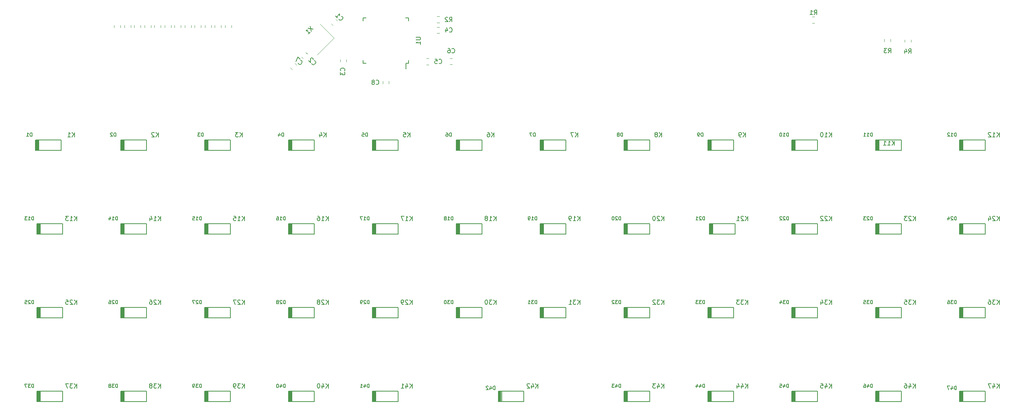
<source format=gbr>
G04 #@! TF.GenerationSoftware,KiCad,Pcbnew,(5.1.0)-1*
G04 #@! TF.CreationDate,2020-08-28T00:10:40-04:00*
G04 #@! TF.ProjectId,keyboard,6b657962-6f61-4726-942e-6b696361645f,rev?*
G04 #@! TF.SameCoordinates,Original*
G04 #@! TF.FileFunction,Legend,Bot*
G04 #@! TF.FilePolarity,Positive*
%FSLAX46Y46*%
G04 Gerber Fmt 4.6, Leading zero omitted, Abs format (unit mm)*
G04 Created by KiCad (PCBNEW (5.1.0)-1) date 2020-08-28 00:10:40*
%MOMM*%
%LPD*%
G04 APERTURE LIST*
%ADD10C,0.120000*%
%ADD11C,0.150000*%
%ADD12C,0.200000*%
G04 APERTURE END LIST*
D10*
X46842750Y-37501328D02*
X46842750Y-36984172D01*
X45422750Y-37501328D02*
X45422750Y-36984172D01*
X43041500Y-37501328D02*
X43041500Y-36984172D01*
X44461500Y-37501328D02*
X44461500Y-36984172D01*
X51414750Y-37501328D02*
X51414750Y-36984172D01*
X49994750Y-37501328D02*
X49994750Y-36984172D01*
X47613500Y-37501328D02*
X47613500Y-36984172D01*
X49033500Y-37501328D02*
X49033500Y-36984172D01*
X69702750Y-37501328D02*
X69702750Y-36984172D01*
X68282750Y-37501328D02*
X68282750Y-36984172D01*
X65901500Y-37501328D02*
X65901500Y-36984172D01*
X67321500Y-37501328D02*
X67321500Y-36984172D01*
X65130750Y-37501328D02*
X65130750Y-36984172D01*
X63710750Y-37501328D02*
X63710750Y-36984172D01*
X61329500Y-37501328D02*
X61329500Y-36984172D01*
X62749500Y-37501328D02*
X62749500Y-36984172D01*
X60558750Y-37501328D02*
X60558750Y-36984172D01*
X59138750Y-37501328D02*
X59138750Y-36984172D01*
X56757500Y-37501328D02*
X56757500Y-36984172D01*
X58177500Y-37501328D02*
X58177500Y-36984172D01*
X54566750Y-37501328D02*
X54566750Y-36984172D01*
X55986750Y-37501328D02*
X55986750Y-36984172D01*
X53605500Y-37501328D02*
X53605500Y-36984172D01*
X52185500Y-37501328D02*
X52185500Y-36984172D01*
D11*
X109950000Y-45656250D02*
X109375000Y-45656250D01*
X109950000Y-35306250D02*
X109275000Y-35306250D01*
X99600000Y-35306250D02*
X100275000Y-35306250D01*
X99600000Y-45656250D02*
X100275000Y-45656250D01*
X109950000Y-45656250D02*
X109950000Y-44981250D01*
X99600000Y-45656250D02*
X99600000Y-44981250D01*
X99600000Y-35306250D02*
X99600000Y-35981250D01*
X109950000Y-35306250D02*
X109950000Y-35981250D01*
X109375000Y-45656250D02*
X109375000Y-46931250D01*
D10*
X93775888Y-36002796D02*
X93410204Y-35637112D01*
X92771796Y-37006888D02*
X92406112Y-36641204D01*
X86981388Y-43559296D02*
X86615704Y-43193612D01*
X85977296Y-44563388D02*
X85611612Y-44197704D01*
X95833000Y-44826422D02*
X95833000Y-45343578D01*
X94413000Y-44826422D02*
X94413000Y-45343578D01*
X116422672Y-38810000D02*
X116939828Y-38810000D01*
X116422672Y-37390000D02*
X116939828Y-37390000D01*
X114041422Y-44533750D02*
X114558578Y-44533750D01*
X114041422Y-45953750D02*
X114558578Y-45953750D01*
X119375422Y-45922000D02*
X119892578Y-45922000D01*
X119375422Y-44502000D02*
X119892578Y-44502000D01*
X105485000Y-50264828D02*
X105485000Y-49747672D01*
X104065000Y-50264828D02*
X104065000Y-49747672D01*
D12*
X31056250Y-63093750D02*
X25256250Y-63093750D01*
X31056250Y-65493750D02*
X31056250Y-63093750D01*
X25256250Y-65493750D02*
X31056250Y-65493750D01*
X25331250Y-65493750D02*
X25331250Y-63093750D01*
X25456250Y-65493750D02*
X25456250Y-63093750D01*
X25231250Y-63093750D02*
X25231250Y-65493750D01*
X25631250Y-65493750D02*
X25631250Y-63093750D01*
X25806250Y-65493750D02*
X25806250Y-63093750D01*
X25981250Y-65493750D02*
X25981250Y-63093750D01*
X45350000Y-65493750D02*
X45350000Y-63093750D01*
X45175000Y-65493750D02*
X45175000Y-63093750D01*
X45000000Y-65493750D02*
X45000000Y-63093750D01*
X44600000Y-63093750D02*
X44600000Y-65493750D01*
X44825000Y-65493750D02*
X44825000Y-63093750D01*
X44700000Y-65493750D02*
X44700000Y-63093750D01*
X44625000Y-65493750D02*
X50425000Y-65493750D01*
X50425000Y-65493750D02*
X50425000Y-63093750D01*
X50425000Y-63093750D02*
X44625000Y-63093750D01*
X69475000Y-63093750D02*
X63675000Y-63093750D01*
X69475000Y-65493750D02*
X69475000Y-63093750D01*
X63675000Y-65493750D02*
X69475000Y-65493750D01*
X63750000Y-65493750D02*
X63750000Y-63093750D01*
X63875000Y-65493750D02*
X63875000Y-63093750D01*
X63650000Y-63093750D02*
X63650000Y-65493750D01*
X64050000Y-65493750D02*
X64050000Y-63093750D01*
X64225000Y-65493750D02*
X64225000Y-63093750D01*
X64400000Y-65493750D02*
X64400000Y-63093750D01*
X83450000Y-65493750D02*
X83450000Y-63093750D01*
X83275000Y-65493750D02*
X83275000Y-63093750D01*
X83100000Y-65493750D02*
X83100000Y-63093750D01*
X82700000Y-63093750D02*
X82700000Y-65493750D01*
X82925000Y-65493750D02*
X82925000Y-63093750D01*
X82800000Y-65493750D02*
X82800000Y-63093750D01*
X82725000Y-65493750D02*
X88525000Y-65493750D01*
X88525000Y-65493750D02*
X88525000Y-63093750D01*
X88525000Y-63093750D02*
X82725000Y-63093750D01*
X102500000Y-65493750D02*
X102500000Y-63093750D01*
X102325000Y-65493750D02*
X102325000Y-63093750D01*
X102150000Y-65493750D02*
X102150000Y-63093750D01*
X101750000Y-63093750D02*
X101750000Y-65493750D01*
X101975000Y-65493750D02*
X101975000Y-63093750D01*
X101850000Y-65493750D02*
X101850000Y-63093750D01*
X101775000Y-65493750D02*
X107575000Y-65493750D01*
X107575000Y-65493750D02*
X107575000Y-63093750D01*
X107575000Y-63093750D02*
X101775000Y-63093750D01*
X126625000Y-63093750D02*
X120825000Y-63093750D01*
X126625000Y-65493750D02*
X126625000Y-63093750D01*
X120825000Y-65493750D02*
X126625000Y-65493750D01*
X120900000Y-65493750D02*
X120900000Y-63093750D01*
X121025000Y-65493750D02*
X121025000Y-63093750D01*
X120800000Y-63093750D02*
X120800000Y-65493750D01*
X121200000Y-65493750D02*
X121200000Y-63093750D01*
X121375000Y-65493750D02*
X121375000Y-63093750D01*
X121550000Y-65493750D02*
X121550000Y-63093750D01*
X140600000Y-65493750D02*
X140600000Y-63093750D01*
X140425000Y-65493750D02*
X140425000Y-63093750D01*
X140250000Y-65493750D02*
X140250000Y-63093750D01*
X139850000Y-63093750D02*
X139850000Y-65493750D01*
X140075000Y-65493750D02*
X140075000Y-63093750D01*
X139950000Y-65493750D02*
X139950000Y-63093750D01*
X139875000Y-65493750D02*
X145675000Y-65493750D01*
X145675000Y-65493750D02*
X145675000Y-63093750D01*
X145675000Y-63093750D02*
X139875000Y-63093750D01*
X164725000Y-63093750D02*
X158925000Y-63093750D01*
X164725000Y-65493750D02*
X164725000Y-63093750D01*
X158925000Y-65493750D02*
X164725000Y-65493750D01*
X159000000Y-65493750D02*
X159000000Y-63093750D01*
X159125000Y-65493750D02*
X159125000Y-63093750D01*
X158900000Y-63093750D02*
X158900000Y-65493750D01*
X159300000Y-65493750D02*
X159300000Y-63093750D01*
X159475000Y-65493750D02*
X159475000Y-63093750D01*
X159650000Y-65493750D02*
X159650000Y-63093750D01*
X178700000Y-65493750D02*
X178700000Y-63093750D01*
X178525000Y-65493750D02*
X178525000Y-63093750D01*
X178350000Y-65493750D02*
X178350000Y-63093750D01*
X177950000Y-63093750D02*
X177950000Y-65493750D01*
X178175000Y-65493750D02*
X178175000Y-63093750D01*
X178050000Y-65493750D02*
X178050000Y-63093750D01*
X177975000Y-65493750D02*
X183775000Y-65493750D01*
X183775000Y-65493750D02*
X183775000Y-63093750D01*
X183775000Y-63093750D02*
X177975000Y-63093750D01*
X197750000Y-65493750D02*
X197750000Y-63093750D01*
X197575000Y-65493750D02*
X197575000Y-63093750D01*
X197400000Y-65493750D02*
X197400000Y-63093750D01*
X197000000Y-63093750D02*
X197000000Y-65493750D01*
X197225000Y-65493750D02*
X197225000Y-63093750D01*
X197100000Y-65493750D02*
X197100000Y-63093750D01*
X197025000Y-65493750D02*
X202825000Y-65493750D01*
X202825000Y-65493750D02*
X202825000Y-63093750D01*
X202825000Y-63093750D02*
X197025000Y-63093750D01*
X221875000Y-63093750D02*
X216075000Y-63093750D01*
X221875000Y-65493750D02*
X221875000Y-63093750D01*
X216075000Y-65493750D02*
X221875000Y-65493750D01*
X216150000Y-65493750D02*
X216150000Y-63093750D01*
X216275000Y-65493750D02*
X216275000Y-63093750D01*
X216050000Y-63093750D02*
X216050000Y-65493750D01*
X216450000Y-65493750D02*
X216450000Y-63093750D01*
X216625000Y-65493750D02*
X216625000Y-63093750D01*
X216800000Y-65493750D02*
X216800000Y-63093750D01*
X240925000Y-63093750D02*
X235125000Y-63093750D01*
X240925000Y-65493750D02*
X240925000Y-63093750D01*
X235125000Y-65493750D02*
X240925000Y-65493750D01*
X235200000Y-65493750D02*
X235200000Y-63093750D01*
X235325000Y-65493750D02*
X235325000Y-63093750D01*
X235100000Y-63093750D02*
X235100000Y-65493750D01*
X235500000Y-65493750D02*
X235500000Y-63093750D01*
X235675000Y-65493750D02*
X235675000Y-63093750D01*
X235850000Y-65493750D02*
X235850000Y-63093750D01*
X31375000Y-82143750D02*
X25575000Y-82143750D01*
X31375000Y-84543750D02*
X31375000Y-82143750D01*
X25575000Y-84543750D02*
X31375000Y-84543750D01*
X25650000Y-84543750D02*
X25650000Y-82143750D01*
X25775000Y-84543750D02*
X25775000Y-82143750D01*
X25550000Y-82143750D02*
X25550000Y-84543750D01*
X25950000Y-84543750D02*
X25950000Y-82143750D01*
X26125000Y-84543750D02*
X26125000Y-82143750D01*
X26300000Y-84543750D02*
X26300000Y-82143750D01*
X45350000Y-84543750D02*
X45350000Y-82143750D01*
X45175000Y-84543750D02*
X45175000Y-82143750D01*
X45000000Y-84543750D02*
X45000000Y-82143750D01*
X44600000Y-82143750D02*
X44600000Y-84543750D01*
X44825000Y-84543750D02*
X44825000Y-82143750D01*
X44700000Y-84543750D02*
X44700000Y-82143750D01*
X44625000Y-84543750D02*
X50425000Y-84543750D01*
X50425000Y-84543750D02*
X50425000Y-82143750D01*
X50425000Y-82143750D02*
X44625000Y-82143750D01*
X64400000Y-84543750D02*
X64400000Y-82143750D01*
X64225000Y-84543750D02*
X64225000Y-82143750D01*
X64050000Y-84543750D02*
X64050000Y-82143750D01*
X63650000Y-82143750D02*
X63650000Y-84543750D01*
X63875000Y-84543750D02*
X63875000Y-82143750D01*
X63750000Y-84543750D02*
X63750000Y-82143750D01*
X63675000Y-84543750D02*
X69475000Y-84543750D01*
X69475000Y-84543750D02*
X69475000Y-82143750D01*
X69475000Y-82143750D02*
X63675000Y-82143750D01*
X83450000Y-84543750D02*
X83450000Y-82143750D01*
X83275000Y-84543750D02*
X83275000Y-82143750D01*
X83100000Y-84543750D02*
X83100000Y-82143750D01*
X82700000Y-82143750D02*
X82700000Y-84543750D01*
X82925000Y-84543750D02*
X82925000Y-82143750D01*
X82800000Y-84543750D02*
X82800000Y-82143750D01*
X82725000Y-84543750D02*
X88525000Y-84543750D01*
X88525000Y-84543750D02*
X88525000Y-82143750D01*
X88525000Y-82143750D02*
X82725000Y-82143750D01*
X107575000Y-82143750D02*
X101775000Y-82143750D01*
X107575000Y-84543750D02*
X107575000Y-82143750D01*
X101775000Y-84543750D02*
X107575000Y-84543750D01*
X101850000Y-84543750D02*
X101850000Y-82143750D01*
X101975000Y-84543750D02*
X101975000Y-82143750D01*
X101750000Y-82143750D02*
X101750000Y-84543750D01*
X102150000Y-84543750D02*
X102150000Y-82143750D01*
X102325000Y-84543750D02*
X102325000Y-82143750D01*
X102500000Y-84543750D02*
X102500000Y-82143750D01*
X121550000Y-84543750D02*
X121550000Y-82143750D01*
X121375000Y-84543750D02*
X121375000Y-82143750D01*
X121200000Y-84543750D02*
X121200000Y-82143750D01*
X120800000Y-82143750D02*
X120800000Y-84543750D01*
X121025000Y-84543750D02*
X121025000Y-82143750D01*
X120900000Y-84543750D02*
X120900000Y-82143750D01*
X120825000Y-84543750D02*
X126625000Y-84543750D01*
X126625000Y-84543750D02*
X126625000Y-82143750D01*
X126625000Y-82143750D02*
X120825000Y-82143750D01*
X145675000Y-82143750D02*
X139875000Y-82143750D01*
X145675000Y-84543750D02*
X145675000Y-82143750D01*
X139875000Y-84543750D02*
X145675000Y-84543750D01*
X139950000Y-84543750D02*
X139950000Y-82143750D01*
X140075000Y-84543750D02*
X140075000Y-82143750D01*
X139850000Y-82143750D02*
X139850000Y-84543750D01*
X140250000Y-84543750D02*
X140250000Y-82143750D01*
X140425000Y-84543750D02*
X140425000Y-82143750D01*
X140600000Y-84543750D02*
X140600000Y-82143750D01*
X164725000Y-82143750D02*
X158925000Y-82143750D01*
X164725000Y-84543750D02*
X164725000Y-82143750D01*
X158925000Y-84543750D02*
X164725000Y-84543750D01*
X159000000Y-84543750D02*
X159000000Y-82143750D01*
X159125000Y-84543750D02*
X159125000Y-82143750D01*
X158900000Y-82143750D02*
X158900000Y-84543750D01*
X159300000Y-84543750D02*
X159300000Y-82143750D01*
X159475000Y-84543750D02*
X159475000Y-82143750D01*
X159650000Y-84543750D02*
X159650000Y-82143750D01*
X184093750Y-82143750D02*
X178293750Y-82143750D01*
X184093750Y-84543750D02*
X184093750Y-82143750D01*
X178293750Y-84543750D02*
X184093750Y-84543750D01*
X178368750Y-84543750D02*
X178368750Y-82143750D01*
X178493750Y-84543750D02*
X178493750Y-82143750D01*
X178268750Y-82143750D02*
X178268750Y-84543750D01*
X178668750Y-84543750D02*
X178668750Y-82143750D01*
X178843750Y-84543750D02*
X178843750Y-82143750D01*
X179018750Y-84543750D02*
X179018750Y-82143750D01*
X197750000Y-84543750D02*
X197750000Y-82143750D01*
X197575000Y-84543750D02*
X197575000Y-82143750D01*
X197400000Y-84543750D02*
X197400000Y-82143750D01*
X197000000Y-82143750D02*
X197000000Y-84543750D01*
X197225000Y-84543750D02*
X197225000Y-82143750D01*
X197100000Y-84543750D02*
X197100000Y-82143750D01*
X197025000Y-84543750D02*
X202825000Y-84543750D01*
X202825000Y-84543750D02*
X202825000Y-82143750D01*
X202825000Y-82143750D02*
X197025000Y-82143750D01*
X221875000Y-82143750D02*
X216075000Y-82143750D01*
X221875000Y-84543750D02*
X221875000Y-82143750D01*
X216075000Y-84543750D02*
X221875000Y-84543750D01*
X216150000Y-84543750D02*
X216150000Y-82143750D01*
X216275000Y-84543750D02*
X216275000Y-82143750D01*
X216050000Y-82143750D02*
X216050000Y-84543750D01*
X216450000Y-84543750D02*
X216450000Y-82143750D01*
X216625000Y-84543750D02*
X216625000Y-82143750D01*
X216800000Y-84543750D02*
X216800000Y-82143750D01*
X240925000Y-82143750D02*
X235125000Y-82143750D01*
X240925000Y-84543750D02*
X240925000Y-82143750D01*
X235125000Y-84543750D02*
X240925000Y-84543750D01*
X235200000Y-84543750D02*
X235200000Y-82143750D01*
X235325000Y-84543750D02*
X235325000Y-82143750D01*
X235100000Y-82143750D02*
X235100000Y-84543750D01*
X235500000Y-84543750D02*
X235500000Y-82143750D01*
X235675000Y-84543750D02*
X235675000Y-82143750D01*
X235850000Y-84543750D02*
X235850000Y-82143750D01*
X26300000Y-103593750D02*
X26300000Y-101193750D01*
X26125000Y-103593750D02*
X26125000Y-101193750D01*
X25950000Y-103593750D02*
X25950000Y-101193750D01*
X25550000Y-101193750D02*
X25550000Y-103593750D01*
X25775000Y-103593750D02*
X25775000Y-101193750D01*
X25650000Y-103593750D02*
X25650000Y-101193750D01*
X25575000Y-103593750D02*
X31375000Y-103593750D01*
X31375000Y-103593750D02*
X31375000Y-101193750D01*
X31375000Y-101193750D02*
X25575000Y-101193750D01*
X50425000Y-101193750D02*
X44625000Y-101193750D01*
X50425000Y-103593750D02*
X50425000Y-101193750D01*
X44625000Y-103593750D02*
X50425000Y-103593750D01*
X44700000Y-103593750D02*
X44700000Y-101193750D01*
X44825000Y-103593750D02*
X44825000Y-101193750D01*
X44600000Y-101193750D02*
X44600000Y-103593750D01*
X45000000Y-103593750D02*
X45000000Y-101193750D01*
X45175000Y-103593750D02*
X45175000Y-101193750D01*
X45350000Y-103593750D02*
X45350000Y-101193750D01*
X64400000Y-103593750D02*
X64400000Y-101193750D01*
X64225000Y-103593750D02*
X64225000Y-101193750D01*
X64050000Y-103593750D02*
X64050000Y-101193750D01*
X63650000Y-101193750D02*
X63650000Y-103593750D01*
X63875000Y-103593750D02*
X63875000Y-101193750D01*
X63750000Y-103593750D02*
X63750000Y-101193750D01*
X63675000Y-103593750D02*
X69475000Y-103593750D01*
X69475000Y-103593750D02*
X69475000Y-101193750D01*
X69475000Y-101193750D02*
X63675000Y-101193750D01*
X83450000Y-103593750D02*
X83450000Y-101193750D01*
X83275000Y-103593750D02*
X83275000Y-101193750D01*
X83100000Y-103593750D02*
X83100000Y-101193750D01*
X82700000Y-101193750D02*
X82700000Y-103593750D01*
X82925000Y-103593750D02*
X82925000Y-101193750D01*
X82800000Y-103593750D02*
X82800000Y-101193750D01*
X82725000Y-103593750D02*
X88525000Y-103593750D01*
X88525000Y-103593750D02*
X88525000Y-101193750D01*
X88525000Y-101193750D02*
X82725000Y-101193750D01*
X102500000Y-103593750D02*
X102500000Y-101193750D01*
X102325000Y-103593750D02*
X102325000Y-101193750D01*
X102150000Y-103593750D02*
X102150000Y-101193750D01*
X101750000Y-101193750D02*
X101750000Y-103593750D01*
X101975000Y-103593750D02*
X101975000Y-101193750D01*
X101850000Y-103593750D02*
X101850000Y-101193750D01*
X101775000Y-103593750D02*
X107575000Y-103593750D01*
X107575000Y-103593750D02*
X107575000Y-101193750D01*
X107575000Y-101193750D02*
X101775000Y-101193750D01*
X121550000Y-103593750D02*
X121550000Y-101193750D01*
X121375000Y-103593750D02*
X121375000Y-101193750D01*
X121200000Y-103593750D02*
X121200000Y-101193750D01*
X120800000Y-101193750D02*
X120800000Y-103593750D01*
X121025000Y-103593750D02*
X121025000Y-101193750D01*
X120900000Y-103593750D02*
X120900000Y-101193750D01*
X120825000Y-103593750D02*
X126625000Y-103593750D01*
X126625000Y-103593750D02*
X126625000Y-101193750D01*
X126625000Y-101193750D02*
X120825000Y-101193750D01*
X140600000Y-103593750D02*
X140600000Y-101193750D01*
X140425000Y-103593750D02*
X140425000Y-101193750D01*
X140250000Y-103593750D02*
X140250000Y-101193750D01*
X139850000Y-101193750D02*
X139850000Y-103593750D01*
X140075000Y-103593750D02*
X140075000Y-101193750D01*
X139950000Y-103593750D02*
X139950000Y-101193750D01*
X139875000Y-103593750D02*
X145675000Y-103593750D01*
X145675000Y-103593750D02*
X145675000Y-101193750D01*
X145675000Y-101193750D02*
X139875000Y-101193750D01*
X159650000Y-103593750D02*
X159650000Y-101193750D01*
X159475000Y-103593750D02*
X159475000Y-101193750D01*
X159300000Y-103593750D02*
X159300000Y-101193750D01*
X158900000Y-101193750D02*
X158900000Y-103593750D01*
X159125000Y-103593750D02*
X159125000Y-101193750D01*
X159000000Y-103593750D02*
X159000000Y-101193750D01*
X158925000Y-103593750D02*
X164725000Y-103593750D01*
X164725000Y-103593750D02*
X164725000Y-101193750D01*
X164725000Y-101193750D02*
X158925000Y-101193750D01*
X183775000Y-101193750D02*
X177975000Y-101193750D01*
X183775000Y-103593750D02*
X183775000Y-101193750D01*
X177975000Y-103593750D02*
X183775000Y-103593750D01*
X178050000Y-103593750D02*
X178050000Y-101193750D01*
X178175000Y-103593750D02*
X178175000Y-101193750D01*
X177950000Y-101193750D02*
X177950000Y-103593750D01*
X178350000Y-103593750D02*
X178350000Y-101193750D01*
X178525000Y-103593750D02*
X178525000Y-101193750D01*
X178700000Y-103593750D02*
X178700000Y-101193750D01*
X197750000Y-103593750D02*
X197750000Y-101193750D01*
X197575000Y-103593750D02*
X197575000Y-101193750D01*
X197400000Y-103593750D02*
X197400000Y-101193750D01*
X197000000Y-101193750D02*
X197000000Y-103593750D01*
X197225000Y-103593750D02*
X197225000Y-101193750D01*
X197100000Y-103593750D02*
X197100000Y-101193750D01*
X197025000Y-103593750D02*
X202825000Y-103593750D01*
X202825000Y-103593750D02*
X202825000Y-101193750D01*
X202825000Y-101193750D02*
X197025000Y-101193750D01*
X221875000Y-101193750D02*
X216075000Y-101193750D01*
X221875000Y-103593750D02*
X221875000Y-101193750D01*
X216075000Y-103593750D02*
X221875000Y-103593750D01*
X216150000Y-103593750D02*
X216150000Y-101193750D01*
X216275000Y-103593750D02*
X216275000Y-101193750D01*
X216050000Y-101193750D02*
X216050000Y-103593750D01*
X216450000Y-103593750D02*
X216450000Y-101193750D01*
X216625000Y-103593750D02*
X216625000Y-101193750D01*
X216800000Y-103593750D02*
X216800000Y-101193750D01*
X240925000Y-101193750D02*
X235125000Y-101193750D01*
X240925000Y-103593750D02*
X240925000Y-101193750D01*
X235125000Y-103593750D02*
X240925000Y-103593750D01*
X235200000Y-103593750D02*
X235200000Y-101193750D01*
X235325000Y-103593750D02*
X235325000Y-101193750D01*
X235100000Y-101193750D02*
X235100000Y-103593750D01*
X235500000Y-103593750D02*
X235500000Y-101193750D01*
X235675000Y-103593750D02*
X235675000Y-101193750D01*
X235850000Y-103593750D02*
X235850000Y-101193750D01*
X31375000Y-120243750D02*
X25575000Y-120243750D01*
X31375000Y-122643750D02*
X31375000Y-120243750D01*
X25575000Y-122643750D02*
X31375000Y-122643750D01*
X25650000Y-122643750D02*
X25650000Y-120243750D01*
X25775000Y-122643750D02*
X25775000Y-120243750D01*
X25550000Y-120243750D02*
X25550000Y-122643750D01*
X25950000Y-122643750D02*
X25950000Y-120243750D01*
X26125000Y-122643750D02*
X26125000Y-120243750D01*
X26300000Y-122643750D02*
X26300000Y-120243750D01*
X45350000Y-122643750D02*
X45350000Y-120243750D01*
X45175000Y-122643750D02*
X45175000Y-120243750D01*
X45000000Y-122643750D02*
X45000000Y-120243750D01*
X44600000Y-120243750D02*
X44600000Y-122643750D01*
X44825000Y-122643750D02*
X44825000Y-120243750D01*
X44700000Y-122643750D02*
X44700000Y-120243750D01*
X44625000Y-122643750D02*
X50425000Y-122643750D01*
X50425000Y-122643750D02*
X50425000Y-120243750D01*
X50425000Y-120243750D02*
X44625000Y-120243750D01*
X64400000Y-122643750D02*
X64400000Y-120243750D01*
X64225000Y-122643750D02*
X64225000Y-120243750D01*
X64050000Y-122643750D02*
X64050000Y-120243750D01*
X63650000Y-120243750D02*
X63650000Y-122643750D01*
X63875000Y-122643750D02*
X63875000Y-120243750D01*
X63750000Y-122643750D02*
X63750000Y-120243750D01*
X63675000Y-122643750D02*
X69475000Y-122643750D01*
X69475000Y-122643750D02*
X69475000Y-120243750D01*
X69475000Y-120243750D02*
X63675000Y-120243750D01*
X83450000Y-122643750D02*
X83450000Y-120243750D01*
X83275000Y-122643750D02*
X83275000Y-120243750D01*
X83100000Y-122643750D02*
X83100000Y-120243750D01*
X82700000Y-120243750D02*
X82700000Y-122643750D01*
X82925000Y-122643750D02*
X82925000Y-120243750D01*
X82800000Y-122643750D02*
X82800000Y-120243750D01*
X82725000Y-122643750D02*
X88525000Y-122643750D01*
X88525000Y-122643750D02*
X88525000Y-120243750D01*
X88525000Y-120243750D02*
X82725000Y-120243750D01*
X107575000Y-120243750D02*
X101775000Y-120243750D01*
X107575000Y-122643750D02*
X107575000Y-120243750D01*
X101775000Y-122643750D02*
X107575000Y-122643750D01*
X101850000Y-122643750D02*
X101850000Y-120243750D01*
X101975000Y-122643750D02*
X101975000Y-120243750D01*
X101750000Y-120243750D02*
X101750000Y-122643750D01*
X102150000Y-122643750D02*
X102150000Y-120243750D01*
X102325000Y-122643750D02*
X102325000Y-120243750D01*
X102500000Y-122643750D02*
X102500000Y-120243750D01*
X164725000Y-120243750D02*
X158925000Y-120243750D01*
X164725000Y-122643750D02*
X164725000Y-120243750D01*
X158925000Y-122643750D02*
X164725000Y-122643750D01*
X159000000Y-122643750D02*
X159000000Y-120243750D01*
X159125000Y-122643750D02*
X159125000Y-120243750D01*
X158900000Y-120243750D02*
X158900000Y-122643750D01*
X159300000Y-122643750D02*
X159300000Y-120243750D01*
X159475000Y-122643750D02*
X159475000Y-120243750D01*
X159650000Y-122643750D02*
X159650000Y-120243750D01*
X183775000Y-120243750D02*
X177975000Y-120243750D01*
X183775000Y-122643750D02*
X183775000Y-120243750D01*
X177975000Y-122643750D02*
X183775000Y-122643750D01*
X178050000Y-122643750D02*
X178050000Y-120243750D01*
X178175000Y-122643750D02*
X178175000Y-120243750D01*
X177950000Y-120243750D02*
X177950000Y-122643750D01*
X178350000Y-122643750D02*
X178350000Y-120243750D01*
X178525000Y-122643750D02*
X178525000Y-120243750D01*
X178700000Y-122643750D02*
X178700000Y-120243750D01*
X202825000Y-120243750D02*
X197025000Y-120243750D01*
X202825000Y-122643750D02*
X202825000Y-120243750D01*
X197025000Y-122643750D02*
X202825000Y-122643750D01*
X197100000Y-122643750D02*
X197100000Y-120243750D01*
X197225000Y-122643750D02*
X197225000Y-120243750D01*
X197000000Y-120243750D02*
X197000000Y-122643750D01*
X197400000Y-122643750D02*
X197400000Y-120243750D01*
X197575000Y-122643750D02*
X197575000Y-120243750D01*
X197750000Y-122643750D02*
X197750000Y-120243750D01*
X221875000Y-120243750D02*
X216075000Y-120243750D01*
X221875000Y-122643750D02*
X221875000Y-120243750D01*
X216075000Y-122643750D02*
X221875000Y-122643750D01*
X216150000Y-122643750D02*
X216150000Y-120243750D01*
X216275000Y-122643750D02*
X216275000Y-120243750D01*
X216050000Y-120243750D02*
X216050000Y-122643750D01*
X216450000Y-122643750D02*
X216450000Y-120243750D01*
X216625000Y-122643750D02*
X216625000Y-120243750D01*
X216800000Y-122643750D02*
X216800000Y-120243750D01*
X235850000Y-122643750D02*
X235850000Y-120243750D01*
X235675000Y-122643750D02*
X235675000Y-120243750D01*
X235500000Y-122643750D02*
X235500000Y-120243750D01*
X235100000Y-120243750D02*
X235100000Y-122643750D01*
X235325000Y-122643750D02*
X235325000Y-120243750D01*
X235200000Y-122643750D02*
X235200000Y-120243750D01*
X235125000Y-122643750D02*
X240925000Y-122643750D01*
X240925000Y-122643750D02*
X240925000Y-120243750D01*
X240925000Y-120243750D02*
X235125000Y-120243750D01*
D10*
X202175878Y-35059550D02*
X201658722Y-35059550D01*
X202175878Y-36479550D02*
X201658722Y-36479550D01*
X218022100Y-40695378D02*
X218022100Y-40178222D01*
X219442100Y-40695378D02*
X219442100Y-40178222D01*
X222638550Y-40790628D02*
X222638550Y-40273472D01*
X224058550Y-40790628D02*
X224058550Y-40273472D01*
X89888553Y-36794177D02*
X92999823Y-39905447D01*
X92999823Y-39905447D02*
X89181447Y-43723823D01*
D12*
X131075000Y-122643750D02*
X131075000Y-120243750D01*
X130900000Y-122643750D02*
X130900000Y-120243750D01*
X130725000Y-122643750D02*
X130725000Y-120243750D01*
X130325000Y-120243750D02*
X130325000Y-122643750D01*
X130550000Y-122643750D02*
X130550000Y-120243750D01*
X130425000Y-122643750D02*
X130425000Y-120243750D01*
X130350000Y-122643750D02*
X136150000Y-122643750D01*
X136150000Y-122643750D02*
X136150000Y-120243750D01*
X136150000Y-120243750D02*
X130350000Y-120243750D01*
D10*
X84515075Y-46045983D02*
X84149391Y-45680299D01*
X83510983Y-47050075D02*
X83145299Y-46684391D01*
X116939828Y-35008750D02*
X116422672Y-35008750D01*
X116939828Y-36428750D02*
X116422672Y-36428750D01*
D11*
X111677380Y-39719345D02*
X112486904Y-39719345D01*
X112582142Y-39766964D01*
X112629761Y-39814583D01*
X112677380Y-39909821D01*
X112677380Y-40100297D01*
X112629761Y-40195535D01*
X112582142Y-40243154D01*
X112486904Y-40290773D01*
X111677380Y-40290773D01*
X112677380Y-41290773D02*
X112677380Y-40719345D01*
X112677380Y-41005059D02*
X111677380Y-41005059D01*
X111820238Y-40909821D01*
X111915476Y-40814583D01*
X111963095Y-40719345D01*
X94123038Y-35525663D02*
X94123038Y-35593006D01*
X94190382Y-35727693D01*
X94257726Y-35795037D01*
X94392413Y-35862380D01*
X94527100Y-35862380D01*
X94628115Y-35828709D01*
X94796474Y-35727693D01*
X94897489Y-35626678D01*
X94998504Y-35458319D01*
X95032176Y-35357304D01*
X95032176Y-35222617D01*
X94964832Y-35087930D01*
X94897489Y-35020586D01*
X94762802Y-34953243D01*
X94695458Y-34953243D01*
X93382260Y-34919571D02*
X93786321Y-35323632D01*
X93584290Y-35121602D02*
X94291397Y-34414495D01*
X94257726Y-34582854D01*
X94257726Y-34717541D01*
X94291397Y-34818556D01*
X87971562Y-45614139D02*
X87971562Y-45681482D01*
X88038906Y-45816169D01*
X88106250Y-45883513D01*
X88240937Y-45950856D01*
X88375624Y-45950856D01*
X88476639Y-45917185D01*
X88644998Y-45816169D01*
X88746013Y-45715154D01*
X88847028Y-45546795D01*
X88880700Y-45445780D01*
X88880700Y-45311093D01*
X88813356Y-45176406D01*
X88746013Y-45109062D01*
X88611326Y-45041719D01*
X88543982Y-45041719D01*
X88274608Y-44772345D02*
X88274608Y-44705001D01*
X88240937Y-44603986D01*
X88072578Y-44435627D01*
X87971562Y-44401956D01*
X87904219Y-44401956D01*
X87803204Y-44435627D01*
X87735860Y-44502971D01*
X87668517Y-44637658D01*
X87668517Y-45445780D01*
X87230784Y-45008047D01*
X95384892Y-47348083D02*
X95432511Y-47300464D01*
X95480130Y-47157607D01*
X95480130Y-47062369D01*
X95432511Y-46919511D01*
X95337273Y-46824273D01*
X95242035Y-46776654D01*
X95051559Y-46729035D01*
X94908702Y-46729035D01*
X94718226Y-46776654D01*
X94622988Y-46824273D01*
X94527750Y-46919511D01*
X94480130Y-47062369D01*
X94480130Y-47157607D01*
X94527750Y-47300464D01*
X94575369Y-47348083D01*
X94480130Y-47681416D02*
X94480130Y-48300464D01*
X94861083Y-47967130D01*
X94861083Y-48109988D01*
X94908702Y-48205226D01*
X94956321Y-48252845D01*
X95051559Y-48300464D01*
X95289654Y-48300464D01*
X95384892Y-48252845D01*
X95432511Y-48205226D01*
X95480130Y-48109988D01*
X95480130Y-47824273D01*
X95432511Y-47729035D01*
X95384892Y-47681416D01*
X119229166Y-38457142D02*
X119276785Y-38504761D01*
X119419642Y-38552380D01*
X119514880Y-38552380D01*
X119657738Y-38504761D01*
X119752976Y-38409523D01*
X119800595Y-38314285D01*
X119848214Y-38123809D01*
X119848214Y-37980952D01*
X119800595Y-37790476D01*
X119752976Y-37695238D01*
X119657738Y-37600000D01*
X119514880Y-37552380D01*
X119419642Y-37552380D01*
X119276785Y-37600000D01*
X119229166Y-37647619D01*
X118372023Y-37885714D02*
X118372023Y-38552380D01*
X118610119Y-37504761D02*
X118848214Y-38219047D01*
X118229166Y-38219047D01*
X116847916Y-45600892D02*
X116895535Y-45648511D01*
X117038392Y-45696130D01*
X117133630Y-45696130D01*
X117276488Y-45648511D01*
X117371726Y-45553273D01*
X117419345Y-45458035D01*
X117466964Y-45267559D01*
X117466964Y-45124702D01*
X117419345Y-44934226D01*
X117371726Y-44838988D01*
X117276488Y-44743750D01*
X117133630Y-44696130D01*
X117038392Y-44696130D01*
X116895535Y-44743750D01*
X116847916Y-44791369D01*
X115943154Y-44696130D02*
X116419345Y-44696130D01*
X116466964Y-45172321D01*
X116419345Y-45124702D01*
X116324107Y-45077083D01*
X116086011Y-45077083D01*
X115990773Y-45124702D01*
X115943154Y-45172321D01*
X115895535Y-45267559D01*
X115895535Y-45505654D01*
X115943154Y-45600892D01*
X115990773Y-45648511D01*
X116086011Y-45696130D01*
X116324107Y-45696130D01*
X116419345Y-45648511D01*
X116466964Y-45600892D01*
X119800666Y-43187892D02*
X119848285Y-43235511D01*
X119991142Y-43283130D01*
X120086380Y-43283130D01*
X120229238Y-43235511D01*
X120324476Y-43140273D01*
X120372095Y-43045035D01*
X120419714Y-42854559D01*
X120419714Y-42711702D01*
X120372095Y-42521226D01*
X120324476Y-42425988D01*
X120229238Y-42330750D01*
X120086380Y-42283130D01*
X119991142Y-42283130D01*
X119848285Y-42330750D01*
X119800666Y-42378369D01*
X118943523Y-42283130D02*
X119134000Y-42283130D01*
X119229238Y-42330750D01*
X119276857Y-42378369D01*
X119372095Y-42521226D01*
X119419714Y-42711702D01*
X119419714Y-43092654D01*
X119372095Y-43187892D01*
X119324476Y-43235511D01*
X119229238Y-43283130D01*
X119038761Y-43283130D01*
X118943523Y-43235511D01*
X118895904Y-43187892D01*
X118848285Y-43092654D01*
X118848285Y-42854559D01*
X118895904Y-42759321D01*
X118943523Y-42711702D01*
X119038761Y-42664083D01*
X119229238Y-42664083D01*
X119324476Y-42711702D01*
X119372095Y-42759321D01*
X119419714Y-42854559D01*
X102560416Y-50363392D02*
X102608035Y-50411011D01*
X102750892Y-50458630D01*
X102846130Y-50458630D01*
X102988988Y-50411011D01*
X103084226Y-50315773D01*
X103131845Y-50220535D01*
X103179464Y-50030059D01*
X103179464Y-49887202D01*
X103131845Y-49696726D01*
X103084226Y-49601488D01*
X102988988Y-49506250D01*
X102846130Y-49458630D01*
X102750892Y-49458630D01*
X102608035Y-49506250D01*
X102560416Y-49553869D01*
X101988988Y-49887202D02*
X102084226Y-49839583D01*
X102131845Y-49791964D01*
X102179464Y-49696726D01*
X102179464Y-49649107D01*
X102131845Y-49553869D01*
X102084226Y-49506250D01*
X101988988Y-49458630D01*
X101798511Y-49458630D01*
X101703273Y-49506250D01*
X101655654Y-49553869D01*
X101608035Y-49649107D01*
X101608035Y-49696726D01*
X101655654Y-49791964D01*
X101703273Y-49839583D01*
X101798511Y-49887202D01*
X101988988Y-49887202D01*
X102084226Y-49934821D01*
X102131845Y-49982440D01*
X102179464Y-50077678D01*
X102179464Y-50268154D01*
X102131845Y-50363392D01*
X102084226Y-50411011D01*
X101988988Y-50458630D01*
X101798511Y-50458630D01*
X101703273Y-50411011D01*
X101655654Y-50363392D01*
X101608035Y-50268154D01*
X101608035Y-50077678D01*
X101655654Y-49982440D01*
X101703273Y-49934821D01*
X101798511Y-49887202D01*
X24402976Y-62274404D02*
X24402976Y-61474404D01*
X24212500Y-61474404D01*
X24098214Y-61512500D01*
X24022023Y-61588690D01*
X23983928Y-61664880D01*
X23945833Y-61817261D01*
X23945833Y-61931547D01*
X23983928Y-62083928D01*
X24022023Y-62160119D01*
X24098214Y-62236309D01*
X24212500Y-62274404D01*
X24402976Y-62274404D01*
X23183928Y-62274404D02*
X23641071Y-62274404D01*
X23412500Y-62274404D02*
X23412500Y-61474404D01*
X23488690Y-61588690D01*
X23564880Y-61664880D01*
X23641071Y-61702976D01*
X43452976Y-62274404D02*
X43452976Y-61474404D01*
X43262500Y-61474404D01*
X43148214Y-61512500D01*
X43072023Y-61588690D01*
X43033928Y-61664880D01*
X42995833Y-61817261D01*
X42995833Y-61931547D01*
X43033928Y-62083928D01*
X43072023Y-62160119D01*
X43148214Y-62236309D01*
X43262500Y-62274404D01*
X43452976Y-62274404D01*
X42691071Y-61550595D02*
X42652976Y-61512500D01*
X42576785Y-61474404D01*
X42386309Y-61474404D01*
X42310119Y-61512500D01*
X42272023Y-61550595D01*
X42233928Y-61626785D01*
X42233928Y-61702976D01*
X42272023Y-61817261D01*
X42729166Y-62274404D01*
X42233928Y-62274404D01*
X63309226Y-62274404D02*
X63309226Y-61474404D01*
X63118750Y-61474404D01*
X63004464Y-61512500D01*
X62928273Y-61588690D01*
X62890178Y-61664880D01*
X62852083Y-61817261D01*
X62852083Y-61931547D01*
X62890178Y-62083928D01*
X62928273Y-62160119D01*
X63004464Y-62236309D01*
X63118750Y-62274404D01*
X63309226Y-62274404D01*
X62585416Y-61474404D02*
X62090178Y-61474404D01*
X62356845Y-61779166D01*
X62242559Y-61779166D01*
X62166369Y-61817261D01*
X62128273Y-61855357D01*
X62090178Y-61931547D01*
X62090178Y-62122023D01*
X62128273Y-62198214D01*
X62166369Y-62236309D01*
X62242559Y-62274404D01*
X62471130Y-62274404D01*
X62547321Y-62236309D01*
X62585416Y-62198214D01*
X81552976Y-62274404D02*
X81552976Y-61474404D01*
X81362500Y-61474404D01*
X81248214Y-61512500D01*
X81172023Y-61588690D01*
X81133928Y-61664880D01*
X81095833Y-61817261D01*
X81095833Y-61931547D01*
X81133928Y-62083928D01*
X81172023Y-62160119D01*
X81248214Y-62236309D01*
X81362500Y-62274404D01*
X81552976Y-62274404D01*
X80410119Y-61741071D02*
X80410119Y-62274404D01*
X80600595Y-61436309D02*
X80791071Y-62007738D01*
X80295833Y-62007738D01*
X100602976Y-62274404D02*
X100602976Y-61474404D01*
X100412500Y-61474404D01*
X100298214Y-61512500D01*
X100222023Y-61588690D01*
X100183928Y-61664880D01*
X100145833Y-61817261D01*
X100145833Y-61931547D01*
X100183928Y-62083928D01*
X100222023Y-62160119D01*
X100298214Y-62236309D01*
X100412500Y-62274404D01*
X100602976Y-62274404D01*
X99422023Y-61474404D02*
X99802976Y-61474404D01*
X99841071Y-61855357D01*
X99802976Y-61817261D01*
X99726785Y-61779166D01*
X99536309Y-61779166D01*
X99460119Y-61817261D01*
X99422023Y-61855357D01*
X99383928Y-61931547D01*
X99383928Y-62122023D01*
X99422023Y-62198214D01*
X99460119Y-62236309D01*
X99536309Y-62274404D01*
X99726785Y-62274404D01*
X99802976Y-62236309D01*
X99841071Y-62198214D01*
X119652976Y-62274404D02*
X119652976Y-61474404D01*
X119462500Y-61474404D01*
X119348214Y-61512500D01*
X119272023Y-61588690D01*
X119233928Y-61664880D01*
X119195833Y-61817261D01*
X119195833Y-61931547D01*
X119233928Y-62083928D01*
X119272023Y-62160119D01*
X119348214Y-62236309D01*
X119462500Y-62274404D01*
X119652976Y-62274404D01*
X118510119Y-61474404D02*
X118662500Y-61474404D01*
X118738690Y-61512500D01*
X118776785Y-61550595D01*
X118852976Y-61664880D01*
X118891071Y-61817261D01*
X118891071Y-62122023D01*
X118852976Y-62198214D01*
X118814880Y-62236309D01*
X118738690Y-62274404D01*
X118586309Y-62274404D01*
X118510119Y-62236309D01*
X118472023Y-62198214D01*
X118433928Y-62122023D01*
X118433928Y-61931547D01*
X118472023Y-61855357D01*
X118510119Y-61817261D01*
X118586309Y-61779166D01*
X118738690Y-61779166D01*
X118814880Y-61817261D01*
X118852976Y-61855357D01*
X118891071Y-61931547D01*
X138702976Y-62274404D02*
X138702976Y-61474404D01*
X138512500Y-61474404D01*
X138398214Y-61512500D01*
X138322023Y-61588690D01*
X138283928Y-61664880D01*
X138245833Y-61817261D01*
X138245833Y-61931547D01*
X138283928Y-62083928D01*
X138322023Y-62160119D01*
X138398214Y-62236309D01*
X138512500Y-62274404D01*
X138702976Y-62274404D01*
X137979166Y-61474404D02*
X137445833Y-61474404D01*
X137788690Y-62274404D01*
X158559226Y-62274404D02*
X158559226Y-61474404D01*
X158368750Y-61474404D01*
X158254464Y-61512500D01*
X158178273Y-61588690D01*
X158140178Y-61664880D01*
X158102083Y-61817261D01*
X158102083Y-61931547D01*
X158140178Y-62083928D01*
X158178273Y-62160119D01*
X158254464Y-62236309D01*
X158368750Y-62274404D01*
X158559226Y-62274404D01*
X157644940Y-61817261D02*
X157721130Y-61779166D01*
X157759226Y-61741071D01*
X157797321Y-61664880D01*
X157797321Y-61626785D01*
X157759226Y-61550595D01*
X157721130Y-61512500D01*
X157644940Y-61474404D01*
X157492559Y-61474404D01*
X157416369Y-61512500D01*
X157378273Y-61550595D01*
X157340178Y-61626785D01*
X157340178Y-61664880D01*
X157378273Y-61741071D01*
X157416369Y-61779166D01*
X157492559Y-61817261D01*
X157644940Y-61817261D01*
X157721130Y-61855357D01*
X157759226Y-61893452D01*
X157797321Y-61969642D01*
X157797321Y-62122023D01*
X157759226Y-62198214D01*
X157721130Y-62236309D01*
X157644940Y-62274404D01*
X157492559Y-62274404D01*
X157416369Y-62236309D01*
X157378273Y-62198214D01*
X157340178Y-62122023D01*
X157340178Y-61969642D01*
X157378273Y-61893452D01*
X157416369Y-61855357D01*
X157492559Y-61817261D01*
X176802976Y-62274404D02*
X176802976Y-61474404D01*
X176612500Y-61474404D01*
X176498214Y-61512500D01*
X176422023Y-61588690D01*
X176383928Y-61664880D01*
X176345833Y-61817261D01*
X176345833Y-61931547D01*
X176383928Y-62083928D01*
X176422023Y-62160119D01*
X176498214Y-62236309D01*
X176612500Y-62274404D01*
X176802976Y-62274404D01*
X175964880Y-62274404D02*
X175812500Y-62274404D01*
X175736309Y-62236309D01*
X175698214Y-62198214D01*
X175622023Y-62083928D01*
X175583928Y-61931547D01*
X175583928Y-61626785D01*
X175622023Y-61550595D01*
X175660119Y-61512500D01*
X175736309Y-61474404D01*
X175888690Y-61474404D01*
X175964880Y-61512500D01*
X176002976Y-61550595D01*
X176041071Y-61626785D01*
X176041071Y-61817261D01*
X176002976Y-61893452D01*
X175964880Y-61931547D01*
X175888690Y-61969642D01*
X175736309Y-61969642D01*
X175660119Y-61931547D01*
X175622023Y-61893452D01*
X175583928Y-61817261D01*
X196233928Y-62274404D02*
X196233928Y-61474404D01*
X196043452Y-61474404D01*
X195929166Y-61512500D01*
X195852976Y-61588690D01*
X195814880Y-61664880D01*
X195776785Y-61817261D01*
X195776785Y-61931547D01*
X195814880Y-62083928D01*
X195852976Y-62160119D01*
X195929166Y-62236309D01*
X196043452Y-62274404D01*
X196233928Y-62274404D01*
X195014880Y-62274404D02*
X195472023Y-62274404D01*
X195243452Y-62274404D02*
X195243452Y-61474404D01*
X195319642Y-61588690D01*
X195395833Y-61664880D01*
X195472023Y-61702976D01*
X194519642Y-61474404D02*
X194443452Y-61474404D01*
X194367261Y-61512500D01*
X194329166Y-61550595D01*
X194291071Y-61626785D01*
X194252976Y-61779166D01*
X194252976Y-61969642D01*
X194291071Y-62122023D01*
X194329166Y-62198214D01*
X194367261Y-62236309D01*
X194443452Y-62274404D01*
X194519642Y-62274404D01*
X194595833Y-62236309D01*
X194633928Y-62198214D01*
X194672023Y-62122023D01*
X194710119Y-61969642D01*
X194710119Y-61779166D01*
X194672023Y-61626785D01*
X194633928Y-61550595D01*
X194595833Y-61512500D01*
X194519642Y-61474404D01*
X215283928Y-62274404D02*
X215283928Y-61474404D01*
X215093452Y-61474404D01*
X214979166Y-61512500D01*
X214902976Y-61588690D01*
X214864880Y-61664880D01*
X214826785Y-61817261D01*
X214826785Y-61931547D01*
X214864880Y-62083928D01*
X214902976Y-62160119D01*
X214979166Y-62236309D01*
X215093452Y-62274404D01*
X215283928Y-62274404D01*
X214064880Y-62274404D02*
X214522023Y-62274404D01*
X214293452Y-62274404D02*
X214293452Y-61474404D01*
X214369642Y-61588690D01*
X214445833Y-61664880D01*
X214522023Y-61702976D01*
X213302976Y-62274404D02*
X213760119Y-62274404D01*
X213531547Y-62274404D02*
X213531547Y-61474404D01*
X213607738Y-61588690D01*
X213683928Y-61664880D01*
X213760119Y-61702976D01*
X234333928Y-62274404D02*
X234333928Y-61474404D01*
X234143452Y-61474404D01*
X234029166Y-61512500D01*
X233952976Y-61588690D01*
X233914880Y-61664880D01*
X233876785Y-61817261D01*
X233876785Y-61931547D01*
X233914880Y-62083928D01*
X233952976Y-62160119D01*
X234029166Y-62236309D01*
X234143452Y-62274404D01*
X234333928Y-62274404D01*
X233114880Y-62274404D02*
X233572023Y-62274404D01*
X233343452Y-62274404D02*
X233343452Y-61474404D01*
X233419642Y-61588690D01*
X233495833Y-61664880D01*
X233572023Y-61702976D01*
X232810119Y-61550595D02*
X232772023Y-61512500D01*
X232695833Y-61474404D01*
X232505357Y-61474404D01*
X232429166Y-61512500D01*
X232391071Y-61550595D01*
X232352976Y-61626785D01*
X232352976Y-61702976D01*
X232391071Y-61817261D01*
X232848214Y-62274404D01*
X232352976Y-62274404D01*
X24783928Y-81324404D02*
X24783928Y-80524404D01*
X24593452Y-80524404D01*
X24479166Y-80562500D01*
X24402976Y-80638690D01*
X24364880Y-80714880D01*
X24326785Y-80867261D01*
X24326785Y-80981547D01*
X24364880Y-81133928D01*
X24402976Y-81210119D01*
X24479166Y-81286309D01*
X24593452Y-81324404D01*
X24783928Y-81324404D01*
X23564880Y-81324404D02*
X24022023Y-81324404D01*
X23793452Y-81324404D02*
X23793452Y-80524404D01*
X23869642Y-80638690D01*
X23945833Y-80714880D01*
X24022023Y-80752976D01*
X23298214Y-80524404D02*
X22802976Y-80524404D01*
X23069642Y-80829166D01*
X22955357Y-80829166D01*
X22879166Y-80867261D01*
X22841071Y-80905357D01*
X22802976Y-80981547D01*
X22802976Y-81172023D01*
X22841071Y-81248214D01*
X22879166Y-81286309D01*
X22955357Y-81324404D01*
X23183928Y-81324404D01*
X23260119Y-81286309D01*
X23298214Y-81248214D01*
X43833928Y-81324404D02*
X43833928Y-80524404D01*
X43643452Y-80524404D01*
X43529166Y-80562500D01*
X43452976Y-80638690D01*
X43414880Y-80714880D01*
X43376785Y-80867261D01*
X43376785Y-80981547D01*
X43414880Y-81133928D01*
X43452976Y-81210119D01*
X43529166Y-81286309D01*
X43643452Y-81324404D01*
X43833928Y-81324404D01*
X42614880Y-81324404D02*
X43072023Y-81324404D01*
X42843452Y-81324404D02*
X42843452Y-80524404D01*
X42919642Y-80638690D01*
X42995833Y-80714880D01*
X43072023Y-80752976D01*
X41929166Y-80791071D02*
X41929166Y-81324404D01*
X42119642Y-80486309D02*
X42310119Y-81057738D01*
X41814880Y-81057738D01*
X62883928Y-81324404D02*
X62883928Y-80524404D01*
X62693452Y-80524404D01*
X62579166Y-80562500D01*
X62502976Y-80638690D01*
X62464880Y-80714880D01*
X62426785Y-80867261D01*
X62426785Y-80981547D01*
X62464880Y-81133928D01*
X62502976Y-81210119D01*
X62579166Y-81286309D01*
X62693452Y-81324404D01*
X62883928Y-81324404D01*
X61664880Y-81324404D02*
X62122023Y-81324404D01*
X61893452Y-81324404D02*
X61893452Y-80524404D01*
X61969642Y-80638690D01*
X62045833Y-80714880D01*
X62122023Y-80752976D01*
X60941071Y-80524404D02*
X61322023Y-80524404D01*
X61360119Y-80905357D01*
X61322023Y-80867261D01*
X61245833Y-80829166D01*
X61055357Y-80829166D01*
X60979166Y-80867261D01*
X60941071Y-80905357D01*
X60902976Y-80981547D01*
X60902976Y-81172023D01*
X60941071Y-81248214D01*
X60979166Y-81286309D01*
X61055357Y-81324404D01*
X61245833Y-81324404D01*
X61322023Y-81286309D01*
X61360119Y-81248214D01*
X81933928Y-81324404D02*
X81933928Y-80524404D01*
X81743452Y-80524404D01*
X81629166Y-80562500D01*
X81552976Y-80638690D01*
X81514880Y-80714880D01*
X81476785Y-80867261D01*
X81476785Y-80981547D01*
X81514880Y-81133928D01*
X81552976Y-81210119D01*
X81629166Y-81286309D01*
X81743452Y-81324404D01*
X81933928Y-81324404D01*
X80714880Y-81324404D02*
X81172023Y-81324404D01*
X80943452Y-81324404D02*
X80943452Y-80524404D01*
X81019642Y-80638690D01*
X81095833Y-80714880D01*
X81172023Y-80752976D01*
X80029166Y-80524404D02*
X80181547Y-80524404D01*
X80257738Y-80562500D01*
X80295833Y-80600595D01*
X80372023Y-80714880D01*
X80410119Y-80867261D01*
X80410119Y-81172023D01*
X80372023Y-81248214D01*
X80333928Y-81286309D01*
X80257738Y-81324404D01*
X80105357Y-81324404D01*
X80029166Y-81286309D01*
X79991071Y-81248214D01*
X79952976Y-81172023D01*
X79952976Y-80981547D01*
X79991071Y-80905357D01*
X80029166Y-80867261D01*
X80105357Y-80829166D01*
X80257738Y-80829166D01*
X80333928Y-80867261D01*
X80372023Y-80905357D01*
X80410119Y-80981547D01*
X100983928Y-81324404D02*
X100983928Y-80524404D01*
X100793452Y-80524404D01*
X100679166Y-80562500D01*
X100602976Y-80638690D01*
X100564880Y-80714880D01*
X100526785Y-80867261D01*
X100526785Y-80981547D01*
X100564880Y-81133928D01*
X100602976Y-81210119D01*
X100679166Y-81286309D01*
X100793452Y-81324404D01*
X100983928Y-81324404D01*
X99764880Y-81324404D02*
X100222023Y-81324404D01*
X99993452Y-81324404D02*
X99993452Y-80524404D01*
X100069642Y-80638690D01*
X100145833Y-80714880D01*
X100222023Y-80752976D01*
X99498214Y-80524404D02*
X98964880Y-80524404D01*
X99307738Y-81324404D01*
X120033928Y-81324404D02*
X120033928Y-80524404D01*
X119843452Y-80524404D01*
X119729166Y-80562500D01*
X119652976Y-80638690D01*
X119614880Y-80714880D01*
X119576785Y-80867261D01*
X119576785Y-80981547D01*
X119614880Y-81133928D01*
X119652976Y-81210119D01*
X119729166Y-81286309D01*
X119843452Y-81324404D01*
X120033928Y-81324404D01*
X118814880Y-81324404D02*
X119272023Y-81324404D01*
X119043452Y-81324404D02*
X119043452Y-80524404D01*
X119119642Y-80638690D01*
X119195833Y-80714880D01*
X119272023Y-80752976D01*
X118357738Y-80867261D02*
X118433928Y-80829166D01*
X118472023Y-80791071D01*
X118510119Y-80714880D01*
X118510119Y-80676785D01*
X118472023Y-80600595D01*
X118433928Y-80562500D01*
X118357738Y-80524404D01*
X118205357Y-80524404D01*
X118129166Y-80562500D01*
X118091071Y-80600595D01*
X118052976Y-80676785D01*
X118052976Y-80714880D01*
X118091071Y-80791071D01*
X118129166Y-80829166D01*
X118205357Y-80867261D01*
X118357738Y-80867261D01*
X118433928Y-80905357D01*
X118472023Y-80943452D01*
X118510119Y-81019642D01*
X118510119Y-81172023D01*
X118472023Y-81248214D01*
X118433928Y-81286309D01*
X118357738Y-81324404D01*
X118205357Y-81324404D01*
X118129166Y-81286309D01*
X118091071Y-81248214D01*
X118052976Y-81172023D01*
X118052976Y-81019642D01*
X118091071Y-80943452D01*
X118129166Y-80905357D01*
X118205357Y-80867261D01*
X139083928Y-81324404D02*
X139083928Y-80524404D01*
X138893452Y-80524404D01*
X138779166Y-80562500D01*
X138702976Y-80638690D01*
X138664880Y-80714880D01*
X138626785Y-80867261D01*
X138626785Y-80981547D01*
X138664880Y-81133928D01*
X138702976Y-81210119D01*
X138779166Y-81286309D01*
X138893452Y-81324404D01*
X139083928Y-81324404D01*
X137864880Y-81324404D02*
X138322023Y-81324404D01*
X138093452Y-81324404D02*
X138093452Y-80524404D01*
X138169642Y-80638690D01*
X138245833Y-80714880D01*
X138322023Y-80752976D01*
X137483928Y-81324404D02*
X137331547Y-81324404D01*
X137255357Y-81286309D01*
X137217261Y-81248214D01*
X137141071Y-81133928D01*
X137102976Y-80981547D01*
X137102976Y-80676785D01*
X137141071Y-80600595D01*
X137179166Y-80562500D01*
X137255357Y-80524404D01*
X137407738Y-80524404D01*
X137483928Y-80562500D01*
X137522023Y-80600595D01*
X137560119Y-80676785D01*
X137560119Y-80867261D01*
X137522023Y-80943452D01*
X137483928Y-80981547D01*
X137407738Y-81019642D01*
X137255357Y-81019642D01*
X137179166Y-80981547D01*
X137141071Y-80943452D01*
X137102976Y-80867261D01*
X158133928Y-81324404D02*
X158133928Y-80524404D01*
X157943452Y-80524404D01*
X157829166Y-80562500D01*
X157752976Y-80638690D01*
X157714880Y-80714880D01*
X157676785Y-80867261D01*
X157676785Y-80981547D01*
X157714880Y-81133928D01*
X157752976Y-81210119D01*
X157829166Y-81286309D01*
X157943452Y-81324404D01*
X158133928Y-81324404D01*
X157372023Y-80600595D02*
X157333928Y-80562500D01*
X157257738Y-80524404D01*
X157067261Y-80524404D01*
X156991071Y-80562500D01*
X156952976Y-80600595D01*
X156914880Y-80676785D01*
X156914880Y-80752976D01*
X156952976Y-80867261D01*
X157410119Y-81324404D01*
X156914880Y-81324404D01*
X156419642Y-80524404D02*
X156343452Y-80524404D01*
X156267261Y-80562500D01*
X156229166Y-80600595D01*
X156191071Y-80676785D01*
X156152976Y-80829166D01*
X156152976Y-81019642D01*
X156191071Y-81172023D01*
X156229166Y-81248214D01*
X156267261Y-81286309D01*
X156343452Y-81324404D01*
X156419642Y-81324404D01*
X156495833Y-81286309D01*
X156533928Y-81248214D01*
X156572023Y-81172023D01*
X156610119Y-81019642D01*
X156610119Y-80829166D01*
X156572023Y-80676785D01*
X156533928Y-80600595D01*
X156495833Y-80562500D01*
X156419642Y-80524404D01*
X177183928Y-81324404D02*
X177183928Y-80524404D01*
X176993452Y-80524404D01*
X176879166Y-80562500D01*
X176802976Y-80638690D01*
X176764880Y-80714880D01*
X176726785Y-80867261D01*
X176726785Y-80981547D01*
X176764880Y-81133928D01*
X176802976Y-81210119D01*
X176879166Y-81286309D01*
X176993452Y-81324404D01*
X177183928Y-81324404D01*
X176422023Y-80600595D02*
X176383928Y-80562500D01*
X176307738Y-80524404D01*
X176117261Y-80524404D01*
X176041071Y-80562500D01*
X176002976Y-80600595D01*
X175964880Y-80676785D01*
X175964880Y-80752976D01*
X176002976Y-80867261D01*
X176460119Y-81324404D01*
X175964880Y-81324404D01*
X175202976Y-81324404D02*
X175660119Y-81324404D01*
X175431547Y-81324404D02*
X175431547Y-80524404D01*
X175507738Y-80638690D01*
X175583928Y-80714880D01*
X175660119Y-80752976D01*
X196233928Y-81324404D02*
X196233928Y-80524404D01*
X196043452Y-80524404D01*
X195929166Y-80562500D01*
X195852976Y-80638690D01*
X195814880Y-80714880D01*
X195776785Y-80867261D01*
X195776785Y-80981547D01*
X195814880Y-81133928D01*
X195852976Y-81210119D01*
X195929166Y-81286309D01*
X196043452Y-81324404D01*
X196233928Y-81324404D01*
X195472023Y-80600595D02*
X195433928Y-80562500D01*
X195357738Y-80524404D01*
X195167261Y-80524404D01*
X195091071Y-80562500D01*
X195052976Y-80600595D01*
X195014880Y-80676785D01*
X195014880Y-80752976D01*
X195052976Y-80867261D01*
X195510119Y-81324404D01*
X195014880Y-81324404D01*
X194710119Y-80600595D02*
X194672023Y-80562500D01*
X194595833Y-80524404D01*
X194405357Y-80524404D01*
X194329166Y-80562500D01*
X194291071Y-80600595D01*
X194252976Y-80676785D01*
X194252976Y-80752976D01*
X194291071Y-80867261D01*
X194748214Y-81324404D01*
X194252976Y-81324404D01*
X215283928Y-81324404D02*
X215283928Y-80524404D01*
X215093452Y-80524404D01*
X214979166Y-80562500D01*
X214902976Y-80638690D01*
X214864880Y-80714880D01*
X214826785Y-80867261D01*
X214826785Y-80981547D01*
X214864880Y-81133928D01*
X214902976Y-81210119D01*
X214979166Y-81286309D01*
X215093452Y-81324404D01*
X215283928Y-81324404D01*
X214522023Y-80600595D02*
X214483928Y-80562500D01*
X214407738Y-80524404D01*
X214217261Y-80524404D01*
X214141071Y-80562500D01*
X214102976Y-80600595D01*
X214064880Y-80676785D01*
X214064880Y-80752976D01*
X214102976Y-80867261D01*
X214560119Y-81324404D01*
X214064880Y-81324404D01*
X213798214Y-80524404D02*
X213302976Y-80524404D01*
X213569642Y-80829166D01*
X213455357Y-80829166D01*
X213379166Y-80867261D01*
X213341071Y-80905357D01*
X213302976Y-80981547D01*
X213302976Y-81172023D01*
X213341071Y-81248214D01*
X213379166Y-81286309D01*
X213455357Y-81324404D01*
X213683928Y-81324404D01*
X213760119Y-81286309D01*
X213798214Y-81248214D01*
X234333928Y-81324404D02*
X234333928Y-80524404D01*
X234143452Y-80524404D01*
X234029166Y-80562500D01*
X233952976Y-80638690D01*
X233914880Y-80714880D01*
X233876785Y-80867261D01*
X233876785Y-80981547D01*
X233914880Y-81133928D01*
X233952976Y-81210119D01*
X234029166Y-81286309D01*
X234143452Y-81324404D01*
X234333928Y-81324404D01*
X233572023Y-80600595D02*
X233533928Y-80562500D01*
X233457738Y-80524404D01*
X233267261Y-80524404D01*
X233191071Y-80562500D01*
X233152976Y-80600595D01*
X233114880Y-80676785D01*
X233114880Y-80752976D01*
X233152976Y-80867261D01*
X233610119Y-81324404D01*
X233114880Y-81324404D01*
X232429166Y-80791071D02*
X232429166Y-81324404D01*
X232619642Y-80486309D02*
X232810119Y-81057738D01*
X232314880Y-81057738D01*
X24783928Y-100374404D02*
X24783928Y-99574404D01*
X24593452Y-99574404D01*
X24479166Y-99612500D01*
X24402976Y-99688690D01*
X24364880Y-99764880D01*
X24326785Y-99917261D01*
X24326785Y-100031547D01*
X24364880Y-100183928D01*
X24402976Y-100260119D01*
X24479166Y-100336309D01*
X24593452Y-100374404D01*
X24783928Y-100374404D01*
X24022023Y-99650595D02*
X23983928Y-99612500D01*
X23907738Y-99574404D01*
X23717261Y-99574404D01*
X23641071Y-99612500D01*
X23602976Y-99650595D01*
X23564880Y-99726785D01*
X23564880Y-99802976D01*
X23602976Y-99917261D01*
X24060119Y-100374404D01*
X23564880Y-100374404D01*
X22841071Y-99574404D02*
X23222023Y-99574404D01*
X23260119Y-99955357D01*
X23222023Y-99917261D01*
X23145833Y-99879166D01*
X22955357Y-99879166D01*
X22879166Y-99917261D01*
X22841071Y-99955357D01*
X22802976Y-100031547D01*
X22802976Y-100222023D01*
X22841071Y-100298214D01*
X22879166Y-100336309D01*
X22955357Y-100374404D01*
X23145833Y-100374404D01*
X23222023Y-100336309D01*
X23260119Y-100298214D01*
X43833928Y-100374404D02*
X43833928Y-99574404D01*
X43643452Y-99574404D01*
X43529166Y-99612500D01*
X43452976Y-99688690D01*
X43414880Y-99764880D01*
X43376785Y-99917261D01*
X43376785Y-100031547D01*
X43414880Y-100183928D01*
X43452976Y-100260119D01*
X43529166Y-100336309D01*
X43643452Y-100374404D01*
X43833928Y-100374404D01*
X43072023Y-99650595D02*
X43033928Y-99612500D01*
X42957738Y-99574404D01*
X42767261Y-99574404D01*
X42691071Y-99612500D01*
X42652976Y-99650595D01*
X42614880Y-99726785D01*
X42614880Y-99802976D01*
X42652976Y-99917261D01*
X43110119Y-100374404D01*
X42614880Y-100374404D01*
X41929166Y-99574404D02*
X42081547Y-99574404D01*
X42157738Y-99612500D01*
X42195833Y-99650595D01*
X42272023Y-99764880D01*
X42310119Y-99917261D01*
X42310119Y-100222023D01*
X42272023Y-100298214D01*
X42233928Y-100336309D01*
X42157738Y-100374404D01*
X42005357Y-100374404D01*
X41929166Y-100336309D01*
X41891071Y-100298214D01*
X41852976Y-100222023D01*
X41852976Y-100031547D01*
X41891071Y-99955357D01*
X41929166Y-99917261D01*
X42005357Y-99879166D01*
X42157738Y-99879166D01*
X42233928Y-99917261D01*
X42272023Y-99955357D01*
X42310119Y-100031547D01*
X62883928Y-100374404D02*
X62883928Y-99574404D01*
X62693452Y-99574404D01*
X62579166Y-99612500D01*
X62502976Y-99688690D01*
X62464880Y-99764880D01*
X62426785Y-99917261D01*
X62426785Y-100031547D01*
X62464880Y-100183928D01*
X62502976Y-100260119D01*
X62579166Y-100336309D01*
X62693452Y-100374404D01*
X62883928Y-100374404D01*
X62122023Y-99650595D02*
X62083928Y-99612500D01*
X62007738Y-99574404D01*
X61817261Y-99574404D01*
X61741071Y-99612500D01*
X61702976Y-99650595D01*
X61664880Y-99726785D01*
X61664880Y-99802976D01*
X61702976Y-99917261D01*
X62160119Y-100374404D01*
X61664880Y-100374404D01*
X61398214Y-99574404D02*
X60864880Y-99574404D01*
X61207738Y-100374404D01*
X81933928Y-100374404D02*
X81933928Y-99574404D01*
X81743452Y-99574404D01*
X81629166Y-99612500D01*
X81552976Y-99688690D01*
X81514880Y-99764880D01*
X81476785Y-99917261D01*
X81476785Y-100031547D01*
X81514880Y-100183928D01*
X81552976Y-100260119D01*
X81629166Y-100336309D01*
X81743452Y-100374404D01*
X81933928Y-100374404D01*
X81172023Y-99650595D02*
X81133928Y-99612500D01*
X81057738Y-99574404D01*
X80867261Y-99574404D01*
X80791071Y-99612500D01*
X80752976Y-99650595D01*
X80714880Y-99726785D01*
X80714880Y-99802976D01*
X80752976Y-99917261D01*
X81210119Y-100374404D01*
X80714880Y-100374404D01*
X80257738Y-99917261D02*
X80333928Y-99879166D01*
X80372023Y-99841071D01*
X80410119Y-99764880D01*
X80410119Y-99726785D01*
X80372023Y-99650595D01*
X80333928Y-99612500D01*
X80257738Y-99574404D01*
X80105357Y-99574404D01*
X80029166Y-99612500D01*
X79991071Y-99650595D01*
X79952976Y-99726785D01*
X79952976Y-99764880D01*
X79991071Y-99841071D01*
X80029166Y-99879166D01*
X80105357Y-99917261D01*
X80257738Y-99917261D01*
X80333928Y-99955357D01*
X80372023Y-99993452D01*
X80410119Y-100069642D01*
X80410119Y-100222023D01*
X80372023Y-100298214D01*
X80333928Y-100336309D01*
X80257738Y-100374404D01*
X80105357Y-100374404D01*
X80029166Y-100336309D01*
X79991071Y-100298214D01*
X79952976Y-100222023D01*
X79952976Y-100069642D01*
X79991071Y-99993452D01*
X80029166Y-99955357D01*
X80105357Y-99917261D01*
X100983928Y-100374404D02*
X100983928Y-99574404D01*
X100793452Y-99574404D01*
X100679166Y-99612500D01*
X100602976Y-99688690D01*
X100564880Y-99764880D01*
X100526785Y-99917261D01*
X100526785Y-100031547D01*
X100564880Y-100183928D01*
X100602976Y-100260119D01*
X100679166Y-100336309D01*
X100793452Y-100374404D01*
X100983928Y-100374404D01*
X100222023Y-99650595D02*
X100183928Y-99612500D01*
X100107738Y-99574404D01*
X99917261Y-99574404D01*
X99841071Y-99612500D01*
X99802976Y-99650595D01*
X99764880Y-99726785D01*
X99764880Y-99802976D01*
X99802976Y-99917261D01*
X100260119Y-100374404D01*
X99764880Y-100374404D01*
X99383928Y-100374404D02*
X99231547Y-100374404D01*
X99155357Y-100336309D01*
X99117261Y-100298214D01*
X99041071Y-100183928D01*
X99002976Y-100031547D01*
X99002976Y-99726785D01*
X99041071Y-99650595D01*
X99079166Y-99612500D01*
X99155357Y-99574404D01*
X99307738Y-99574404D01*
X99383928Y-99612500D01*
X99422023Y-99650595D01*
X99460119Y-99726785D01*
X99460119Y-99917261D01*
X99422023Y-99993452D01*
X99383928Y-100031547D01*
X99307738Y-100069642D01*
X99155357Y-100069642D01*
X99079166Y-100031547D01*
X99041071Y-99993452D01*
X99002976Y-99917261D01*
X120033928Y-100374404D02*
X120033928Y-99574404D01*
X119843452Y-99574404D01*
X119729166Y-99612500D01*
X119652976Y-99688690D01*
X119614880Y-99764880D01*
X119576785Y-99917261D01*
X119576785Y-100031547D01*
X119614880Y-100183928D01*
X119652976Y-100260119D01*
X119729166Y-100336309D01*
X119843452Y-100374404D01*
X120033928Y-100374404D01*
X119310119Y-99574404D02*
X118814880Y-99574404D01*
X119081547Y-99879166D01*
X118967261Y-99879166D01*
X118891071Y-99917261D01*
X118852976Y-99955357D01*
X118814880Y-100031547D01*
X118814880Y-100222023D01*
X118852976Y-100298214D01*
X118891071Y-100336309D01*
X118967261Y-100374404D01*
X119195833Y-100374404D01*
X119272023Y-100336309D01*
X119310119Y-100298214D01*
X118319642Y-99574404D02*
X118243452Y-99574404D01*
X118167261Y-99612500D01*
X118129166Y-99650595D01*
X118091071Y-99726785D01*
X118052976Y-99879166D01*
X118052976Y-100069642D01*
X118091071Y-100222023D01*
X118129166Y-100298214D01*
X118167261Y-100336309D01*
X118243452Y-100374404D01*
X118319642Y-100374404D01*
X118395833Y-100336309D01*
X118433928Y-100298214D01*
X118472023Y-100222023D01*
X118510119Y-100069642D01*
X118510119Y-99879166D01*
X118472023Y-99726785D01*
X118433928Y-99650595D01*
X118395833Y-99612500D01*
X118319642Y-99574404D01*
X139083928Y-100374404D02*
X139083928Y-99574404D01*
X138893452Y-99574404D01*
X138779166Y-99612500D01*
X138702976Y-99688690D01*
X138664880Y-99764880D01*
X138626785Y-99917261D01*
X138626785Y-100031547D01*
X138664880Y-100183928D01*
X138702976Y-100260119D01*
X138779166Y-100336309D01*
X138893452Y-100374404D01*
X139083928Y-100374404D01*
X138360119Y-99574404D02*
X137864880Y-99574404D01*
X138131547Y-99879166D01*
X138017261Y-99879166D01*
X137941071Y-99917261D01*
X137902976Y-99955357D01*
X137864880Y-100031547D01*
X137864880Y-100222023D01*
X137902976Y-100298214D01*
X137941071Y-100336309D01*
X138017261Y-100374404D01*
X138245833Y-100374404D01*
X138322023Y-100336309D01*
X138360119Y-100298214D01*
X137102976Y-100374404D02*
X137560119Y-100374404D01*
X137331547Y-100374404D02*
X137331547Y-99574404D01*
X137407738Y-99688690D01*
X137483928Y-99764880D01*
X137560119Y-99802976D01*
X158133928Y-100374404D02*
X158133928Y-99574404D01*
X157943452Y-99574404D01*
X157829166Y-99612500D01*
X157752976Y-99688690D01*
X157714880Y-99764880D01*
X157676785Y-99917261D01*
X157676785Y-100031547D01*
X157714880Y-100183928D01*
X157752976Y-100260119D01*
X157829166Y-100336309D01*
X157943452Y-100374404D01*
X158133928Y-100374404D01*
X157410119Y-99574404D02*
X156914880Y-99574404D01*
X157181547Y-99879166D01*
X157067261Y-99879166D01*
X156991071Y-99917261D01*
X156952976Y-99955357D01*
X156914880Y-100031547D01*
X156914880Y-100222023D01*
X156952976Y-100298214D01*
X156991071Y-100336309D01*
X157067261Y-100374404D01*
X157295833Y-100374404D01*
X157372023Y-100336309D01*
X157410119Y-100298214D01*
X156610119Y-99650595D02*
X156572023Y-99612500D01*
X156495833Y-99574404D01*
X156305357Y-99574404D01*
X156229166Y-99612500D01*
X156191071Y-99650595D01*
X156152976Y-99726785D01*
X156152976Y-99802976D01*
X156191071Y-99917261D01*
X156648214Y-100374404D01*
X156152976Y-100374404D01*
X177183928Y-100374404D02*
X177183928Y-99574404D01*
X176993452Y-99574404D01*
X176879166Y-99612500D01*
X176802976Y-99688690D01*
X176764880Y-99764880D01*
X176726785Y-99917261D01*
X176726785Y-100031547D01*
X176764880Y-100183928D01*
X176802976Y-100260119D01*
X176879166Y-100336309D01*
X176993452Y-100374404D01*
X177183928Y-100374404D01*
X176460119Y-99574404D02*
X175964880Y-99574404D01*
X176231547Y-99879166D01*
X176117261Y-99879166D01*
X176041071Y-99917261D01*
X176002976Y-99955357D01*
X175964880Y-100031547D01*
X175964880Y-100222023D01*
X176002976Y-100298214D01*
X176041071Y-100336309D01*
X176117261Y-100374404D01*
X176345833Y-100374404D01*
X176422023Y-100336309D01*
X176460119Y-100298214D01*
X175698214Y-99574404D02*
X175202976Y-99574404D01*
X175469642Y-99879166D01*
X175355357Y-99879166D01*
X175279166Y-99917261D01*
X175241071Y-99955357D01*
X175202976Y-100031547D01*
X175202976Y-100222023D01*
X175241071Y-100298214D01*
X175279166Y-100336309D01*
X175355357Y-100374404D01*
X175583928Y-100374404D01*
X175660119Y-100336309D01*
X175698214Y-100298214D01*
X196233928Y-100374404D02*
X196233928Y-99574404D01*
X196043452Y-99574404D01*
X195929166Y-99612500D01*
X195852976Y-99688690D01*
X195814880Y-99764880D01*
X195776785Y-99917261D01*
X195776785Y-100031547D01*
X195814880Y-100183928D01*
X195852976Y-100260119D01*
X195929166Y-100336309D01*
X196043452Y-100374404D01*
X196233928Y-100374404D01*
X195510119Y-99574404D02*
X195014880Y-99574404D01*
X195281547Y-99879166D01*
X195167261Y-99879166D01*
X195091071Y-99917261D01*
X195052976Y-99955357D01*
X195014880Y-100031547D01*
X195014880Y-100222023D01*
X195052976Y-100298214D01*
X195091071Y-100336309D01*
X195167261Y-100374404D01*
X195395833Y-100374404D01*
X195472023Y-100336309D01*
X195510119Y-100298214D01*
X194329166Y-99841071D02*
X194329166Y-100374404D01*
X194519642Y-99536309D02*
X194710119Y-100107738D01*
X194214880Y-100107738D01*
X215283928Y-100374404D02*
X215283928Y-99574404D01*
X215093452Y-99574404D01*
X214979166Y-99612500D01*
X214902976Y-99688690D01*
X214864880Y-99764880D01*
X214826785Y-99917261D01*
X214826785Y-100031547D01*
X214864880Y-100183928D01*
X214902976Y-100260119D01*
X214979166Y-100336309D01*
X215093452Y-100374404D01*
X215283928Y-100374404D01*
X214560119Y-99574404D02*
X214064880Y-99574404D01*
X214331547Y-99879166D01*
X214217261Y-99879166D01*
X214141071Y-99917261D01*
X214102976Y-99955357D01*
X214064880Y-100031547D01*
X214064880Y-100222023D01*
X214102976Y-100298214D01*
X214141071Y-100336309D01*
X214217261Y-100374404D01*
X214445833Y-100374404D01*
X214522023Y-100336309D01*
X214560119Y-100298214D01*
X213341071Y-99574404D02*
X213722023Y-99574404D01*
X213760119Y-99955357D01*
X213722023Y-99917261D01*
X213645833Y-99879166D01*
X213455357Y-99879166D01*
X213379166Y-99917261D01*
X213341071Y-99955357D01*
X213302976Y-100031547D01*
X213302976Y-100222023D01*
X213341071Y-100298214D01*
X213379166Y-100336309D01*
X213455357Y-100374404D01*
X213645833Y-100374404D01*
X213722023Y-100336309D01*
X213760119Y-100298214D01*
X234333928Y-100374404D02*
X234333928Y-99574404D01*
X234143452Y-99574404D01*
X234029166Y-99612500D01*
X233952976Y-99688690D01*
X233914880Y-99764880D01*
X233876785Y-99917261D01*
X233876785Y-100031547D01*
X233914880Y-100183928D01*
X233952976Y-100260119D01*
X234029166Y-100336309D01*
X234143452Y-100374404D01*
X234333928Y-100374404D01*
X233610119Y-99574404D02*
X233114880Y-99574404D01*
X233381547Y-99879166D01*
X233267261Y-99879166D01*
X233191071Y-99917261D01*
X233152976Y-99955357D01*
X233114880Y-100031547D01*
X233114880Y-100222023D01*
X233152976Y-100298214D01*
X233191071Y-100336309D01*
X233267261Y-100374404D01*
X233495833Y-100374404D01*
X233572023Y-100336309D01*
X233610119Y-100298214D01*
X232429166Y-99574404D02*
X232581547Y-99574404D01*
X232657738Y-99612500D01*
X232695833Y-99650595D01*
X232772023Y-99764880D01*
X232810119Y-99917261D01*
X232810119Y-100222023D01*
X232772023Y-100298214D01*
X232733928Y-100336309D01*
X232657738Y-100374404D01*
X232505357Y-100374404D01*
X232429166Y-100336309D01*
X232391071Y-100298214D01*
X232352976Y-100222023D01*
X232352976Y-100031547D01*
X232391071Y-99955357D01*
X232429166Y-99917261D01*
X232505357Y-99879166D01*
X232657738Y-99879166D01*
X232733928Y-99917261D01*
X232772023Y-99955357D01*
X232810119Y-100031547D01*
X24783928Y-119424404D02*
X24783928Y-118624404D01*
X24593452Y-118624404D01*
X24479166Y-118662500D01*
X24402976Y-118738690D01*
X24364880Y-118814880D01*
X24326785Y-118967261D01*
X24326785Y-119081547D01*
X24364880Y-119233928D01*
X24402976Y-119310119D01*
X24479166Y-119386309D01*
X24593452Y-119424404D01*
X24783928Y-119424404D01*
X24060119Y-118624404D02*
X23564880Y-118624404D01*
X23831547Y-118929166D01*
X23717261Y-118929166D01*
X23641071Y-118967261D01*
X23602976Y-119005357D01*
X23564880Y-119081547D01*
X23564880Y-119272023D01*
X23602976Y-119348214D01*
X23641071Y-119386309D01*
X23717261Y-119424404D01*
X23945833Y-119424404D01*
X24022023Y-119386309D01*
X24060119Y-119348214D01*
X23298214Y-118624404D02*
X22764880Y-118624404D01*
X23107738Y-119424404D01*
X43833928Y-119424404D02*
X43833928Y-118624404D01*
X43643452Y-118624404D01*
X43529166Y-118662500D01*
X43452976Y-118738690D01*
X43414880Y-118814880D01*
X43376785Y-118967261D01*
X43376785Y-119081547D01*
X43414880Y-119233928D01*
X43452976Y-119310119D01*
X43529166Y-119386309D01*
X43643452Y-119424404D01*
X43833928Y-119424404D01*
X43110119Y-118624404D02*
X42614880Y-118624404D01*
X42881547Y-118929166D01*
X42767261Y-118929166D01*
X42691071Y-118967261D01*
X42652976Y-119005357D01*
X42614880Y-119081547D01*
X42614880Y-119272023D01*
X42652976Y-119348214D01*
X42691071Y-119386309D01*
X42767261Y-119424404D01*
X42995833Y-119424404D01*
X43072023Y-119386309D01*
X43110119Y-119348214D01*
X42157738Y-118967261D02*
X42233928Y-118929166D01*
X42272023Y-118891071D01*
X42310119Y-118814880D01*
X42310119Y-118776785D01*
X42272023Y-118700595D01*
X42233928Y-118662500D01*
X42157738Y-118624404D01*
X42005357Y-118624404D01*
X41929166Y-118662500D01*
X41891071Y-118700595D01*
X41852976Y-118776785D01*
X41852976Y-118814880D01*
X41891071Y-118891071D01*
X41929166Y-118929166D01*
X42005357Y-118967261D01*
X42157738Y-118967261D01*
X42233928Y-119005357D01*
X42272023Y-119043452D01*
X42310119Y-119119642D01*
X42310119Y-119272023D01*
X42272023Y-119348214D01*
X42233928Y-119386309D01*
X42157738Y-119424404D01*
X42005357Y-119424404D01*
X41929166Y-119386309D01*
X41891071Y-119348214D01*
X41852976Y-119272023D01*
X41852976Y-119119642D01*
X41891071Y-119043452D01*
X41929166Y-119005357D01*
X42005357Y-118967261D01*
X62883928Y-119424404D02*
X62883928Y-118624404D01*
X62693452Y-118624404D01*
X62579166Y-118662500D01*
X62502976Y-118738690D01*
X62464880Y-118814880D01*
X62426785Y-118967261D01*
X62426785Y-119081547D01*
X62464880Y-119233928D01*
X62502976Y-119310119D01*
X62579166Y-119386309D01*
X62693452Y-119424404D01*
X62883928Y-119424404D01*
X62160119Y-118624404D02*
X61664880Y-118624404D01*
X61931547Y-118929166D01*
X61817261Y-118929166D01*
X61741071Y-118967261D01*
X61702976Y-119005357D01*
X61664880Y-119081547D01*
X61664880Y-119272023D01*
X61702976Y-119348214D01*
X61741071Y-119386309D01*
X61817261Y-119424404D01*
X62045833Y-119424404D01*
X62122023Y-119386309D01*
X62160119Y-119348214D01*
X61283928Y-119424404D02*
X61131547Y-119424404D01*
X61055357Y-119386309D01*
X61017261Y-119348214D01*
X60941071Y-119233928D01*
X60902976Y-119081547D01*
X60902976Y-118776785D01*
X60941071Y-118700595D01*
X60979166Y-118662500D01*
X61055357Y-118624404D01*
X61207738Y-118624404D01*
X61283928Y-118662500D01*
X61322023Y-118700595D01*
X61360119Y-118776785D01*
X61360119Y-118967261D01*
X61322023Y-119043452D01*
X61283928Y-119081547D01*
X61207738Y-119119642D01*
X61055357Y-119119642D01*
X60979166Y-119081547D01*
X60941071Y-119043452D01*
X60902976Y-118967261D01*
X81933928Y-119424404D02*
X81933928Y-118624404D01*
X81743452Y-118624404D01*
X81629166Y-118662500D01*
X81552976Y-118738690D01*
X81514880Y-118814880D01*
X81476785Y-118967261D01*
X81476785Y-119081547D01*
X81514880Y-119233928D01*
X81552976Y-119310119D01*
X81629166Y-119386309D01*
X81743452Y-119424404D01*
X81933928Y-119424404D01*
X80791071Y-118891071D02*
X80791071Y-119424404D01*
X80981547Y-118586309D02*
X81172023Y-119157738D01*
X80676785Y-119157738D01*
X80219642Y-118624404D02*
X80143452Y-118624404D01*
X80067261Y-118662500D01*
X80029166Y-118700595D01*
X79991071Y-118776785D01*
X79952976Y-118929166D01*
X79952976Y-119119642D01*
X79991071Y-119272023D01*
X80029166Y-119348214D01*
X80067261Y-119386309D01*
X80143452Y-119424404D01*
X80219642Y-119424404D01*
X80295833Y-119386309D01*
X80333928Y-119348214D01*
X80372023Y-119272023D01*
X80410119Y-119119642D01*
X80410119Y-118929166D01*
X80372023Y-118776785D01*
X80333928Y-118700595D01*
X80295833Y-118662500D01*
X80219642Y-118624404D01*
X100983928Y-119424404D02*
X100983928Y-118624404D01*
X100793452Y-118624404D01*
X100679166Y-118662500D01*
X100602976Y-118738690D01*
X100564880Y-118814880D01*
X100526785Y-118967261D01*
X100526785Y-119081547D01*
X100564880Y-119233928D01*
X100602976Y-119310119D01*
X100679166Y-119386309D01*
X100793452Y-119424404D01*
X100983928Y-119424404D01*
X99841071Y-118891071D02*
X99841071Y-119424404D01*
X100031547Y-118586309D02*
X100222023Y-119157738D01*
X99726785Y-119157738D01*
X99002976Y-119424404D02*
X99460119Y-119424404D01*
X99231547Y-119424404D02*
X99231547Y-118624404D01*
X99307738Y-118738690D01*
X99383928Y-118814880D01*
X99460119Y-118852976D01*
X158133928Y-119424404D02*
X158133928Y-118624404D01*
X157943452Y-118624404D01*
X157829166Y-118662500D01*
X157752976Y-118738690D01*
X157714880Y-118814880D01*
X157676785Y-118967261D01*
X157676785Y-119081547D01*
X157714880Y-119233928D01*
X157752976Y-119310119D01*
X157829166Y-119386309D01*
X157943452Y-119424404D01*
X158133928Y-119424404D01*
X156991071Y-118891071D02*
X156991071Y-119424404D01*
X157181547Y-118586309D02*
X157372023Y-119157738D01*
X156876785Y-119157738D01*
X156648214Y-118624404D02*
X156152976Y-118624404D01*
X156419642Y-118929166D01*
X156305357Y-118929166D01*
X156229166Y-118967261D01*
X156191071Y-119005357D01*
X156152976Y-119081547D01*
X156152976Y-119272023D01*
X156191071Y-119348214D01*
X156229166Y-119386309D01*
X156305357Y-119424404D01*
X156533928Y-119424404D01*
X156610119Y-119386309D01*
X156648214Y-119348214D01*
X177183928Y-119424404D02*
X177183928Y-118624404D01*
X176993452Y-118624404D01*
X176879166Y-118662500D01*
X176802976Y-118738690D01*
X176764880Y-118814880D01*
X176726785Y-118967261D01*
X176726785Y-119081547D01*
X176764880Y-119233928D01*
X176802976Y-119310119D01*
X176879166Y-119386309D01*
X176993452Y-119424404D01*
X177183928Y-119424404D01*
X176041071Y-118891071D02*
X176041071Y-119424404D01*
X176231547Y-118586309D02*
X176422023Y-119157738D01*
X175926785Y-119157738D01*
X175279166Y-118891071D02*
X175279166Y-119424404D01*
X175469642Y-118586309D02*
X175660119Y-119157738D01*
X175164880Y-119157738D01*
X196233928Y-119424404D02*
X196233928Y-118624404D01*
X196043452Y-118624404D01*
X195929166Y-118662500D01*
X195852976Y-118738690D01*
X195814880Y-118814880D01*
X195776785Y-118967261D01*
X195776785Y-119081547D01*
X195814880Y-119233928D01*
X195852976Y-119310119D01*
X195929166Y-119386309D01*
X196043452Y-119424404D01*
X196233928Y-119424404D01*
X195091071Y-118891071D02*
X195091071Y-119424404D01*
X195281547Y-118586309D02*
X195472023Y-119157738D01*
X194976785Y-119157738D01*
X194291071Y-118624404D02*
X194672023Y-118624404D01*
X194710119Y-119005357D01*
X194672023Y-118967261D01*
X194595833Y-118929166D01*
X194405357Y-118929166D01*
X194329166Y-118967261D01*
X194291071Y-119005357D01*
X194252976Y-119081547D01*
X194252976Y-119272023D01*
X194291071Y-119348214D01*
X194329166Y-119386309D01*
X194405357Y-119424404D01*
X194595833Y-119424404D01*
X194672023Y-119386309D01*
X194710119Y-119348214D01*
X215283928Y-119424404D02*
X215283928Y-118624404D01*
X215093452Y-118624404D01*
X214979166Y-118662500D01*
X214902976Y-118738690D01*
X214864880Y-118814880D01*
X214826785Y-118967261D01*
X214826785Y-119081547D01*
X214864880Y-119233928D01*
X214902976Y-119310119D01*
X214979166Y-119386309D01*
X215093452Y-119424404D01*
X215283928Y-119424404D01*
X214141071Y-118891071D02*
X214141071Y-119424404D01*
X214331547Y-118586309D02*
X214522023Y-119157738D01*
X214026785Y-119157738D01*
X213379166Y-118624404D02*
X213531547Y-118624404D01*
X213607738Y-118662500D01*
X213645833Y-118700595D01*
X213722023Y-118814880D01*
X213760119Y-118967261D01*
X213760119Y-119272023D01*
X213722023Y-119348214D01*
X213683928Y-119386309D01*
X213607738Y-119424404D01*
X213455357Y-119424404D01*
X213379166Y-119386309D01*
X213341071Y-119348214D01*
X213302976Y-119272023D01*
X213302976Y-119081547D01*
X213341071Y-119005357D01*
X213379166Y-118967261D01*
X213455357Y-118929166D01*
X213607738Y-118929166D01*
X213683928Y-118967261D01*
X213722023Y-119005357D01*
X213760119Y-119081547D01*
X234333928Y-119880654D02*
X234333928Y-119080654D01*
X234143452Y-119080654D01*
X234029166Y-119118750D01*
X233952976Y-119194940D01*
X233914880Y-119271130D01*
X233876785Y-119423511D01*
X233876785Y-119537797D01*
X233914880Y-119690178D01*
X233952976Y-119766369D01*
X234029166Y-119842559D01*
X234143452Y-119880654D01*
X234333928Y-119880654D01*
X233191071Y-119347321D02*
X233191071Y-119880654D01*
X233381547Y-119042559D02*
X233572023Y-119613988D01*
X233076785Y-119613988D01*
X232848214Y-119080654D02*
X232314880Y-119080654D01*
X232657738Y-119880654D01*
D12*
X34075595Y-62364880D02*
X34075595Y-61364880D01*
X33504166Y-62364880D02*
X33932738Y-61793452D01*
X33504166Y-61364880D02*
X34075595Y-61936309D01*
X32551785Y-62364880D02*
X33123214Y-62364880D01*
X32837500Y-62364880D02*
X32837500Y-61364880D01*
X32932738Y-61507738D01*
X33027976Y-61602976D01*
X33123214Y-61650595D01*
X53125595Y-62364880D02*
X53125595Y-61364880D01*
X52554166Y-62364880D02*
X52982738Y-61793452D01*
X52554166Y-61364880D02*
X53125595Y-61936309D01*
X52173214Y-61460119D02*
X52125595Y-61412500D01*
X52030357Y-61364880D01*
X51792261Y-61364880D01*
X51697023Y-61412500D01*
X51649404Y-61460119D01*
X51601785Y-61555357D01*
X51601785Y-61650595D01*
X51649404Y-61793452D01*
X52220833Y-62364880D01*
X51601785Y-62364880D01*
X72175595Y-62364880D02*
X72175595Y-61364880D01*
X71604166Y-62364880D02*
X72032738Y-61793452D01*
X71604166Y-61364880D02*
X72175595Y-61936309D01*
X71270833Y-61364880D02*
X70651785Y-61364880D01*
X70985119Y-61745833D01*
X70842261Y-61745833D01*
X70747023Y-61793452D01*
X70699404Y-61841071D01*
X70651785Y-61936309D01*
X70651785Y-62174404D01*
X70699404Y-62269642D01*
X70747023Y-62317261D01*
X70842261Y-62364880D01*
X71127976Y-62364880D01*
X71223214Y-62317261D01*
X71270833Y-62269642D01*
X91225595Y-62364880D02*
X91225595Y-61364880D01*
X90654166Y-62364880D02*
X91082738Y-61793452D01*
X90654166Y-61364880D02*
X91225595Y-61936309D01*
X89797023Y-61698214D02*
X89797023Y-62364880D01*
X90035119Y-61317261D02*
X90273214Y-62031547D01*
X89654166Y-62031547D01*
X110275595Y-62364880D02*
X110275595Y-61364880D01*
X109704166Y-62364880D02*
X110132738Y-61793452D01*
X109704166Y-61364880D02*
X110275595Y-61936309D01*
X108799404Y-61364880D02*
X109275595Y-61364880D01*
X109323214Y-61841071D01*
X109275595Y-61793452D01*
X109180357Y-61745833D01*
X108942261Y-61745833D01*
X108847023Y-61793452D01*
X108799404Y-61841071D01*
X108751785Y-61936309D01*
X108751785Y-62174404D01*
X108799404Y-62269642D01*
X108847023Y-62317261D01*
X108942261Y-62364880D01*
X109180357Y-62364880D01*
X109275595Y-62317261D01*
X109323214Y-62269642D01*
X129325595Y-62364880D02*
X129325595Y-61364880D01*
X128754166Y-62364880D02*
X129182738Y-61793452D01*
X128754166Y-61364880D02*
X129325595Y-61936309D01*
X127897023Y-61364880D02*
X128087500Y-61364880D01*
X128182738Y-61412500D01*
X128230357Y-61460119D01*
X128325595Y-61602976D01*
X128373214Y-61793452D01*
X128373214Y-62174404D01*
X128325595Y-62269642D01*
X128277976Y-62317261D01*
X128182738Y-62364880D01*
X127992261Y-62364880D01*
X127897023Y-62317261D01*
X127849404Y-62269642D01*
X127801785Y-62174404D01*
X127801785Y-61936309D01*
X127849404Y-61841071D01*
X127897023Y-61793452D01*
X127992261Y-61745833D01*
X128182738Y-61745833D01*
X128277976Y-61793452D01*
X128325595Y-61841071D01*
X128373214Y-61936309D01*
X148375595Y-62364880D02*
X148375595Y-61364880D01*
X147804166Y-62364880D02*
X148232738Y-61793452D01*
X147804166Y-61364880D02*
X148375595Y-61936309D01*
X147470833Y-61364880D02*
X146804166Y-61364880D01*
X147232738Y-62364880D01*
X167425595Y-62364880D02*
X167425595Y-61364880D01*
X166854166Y-62364880D02*
X167282738Y-61793452D01*
X166854166Y-61364880D02*
X167425595Y-61936309D01*
X166282738Y-61793452D02*
X166377976Y-61745833D01*
X166425595Y-61698214D01*
X166473214Y-61602976D01*
X166473214Y-61555357D01*
X166425595Y-61460119D01*
X166377976Y-61412500D01*
X166282738Y-61364880D01*
X166092261Y-61364880D01*
X165997023Y-61412500D01*
X165949404Y-61460119D01*
X165901785Y-61555357D01*
X165901785Y-61602976D01*
X165949404Y-61698214D01*
X165997023Y-61745833D01*
X166092261Y-61793452D01*
X166282738Y-61793452D01*
X166377976Y-61841071D01*
X166425595Y-61888690D01*
X166473214Y-61983928D01*
X166473214Y-62174404D01*
X166425595Y-62269642D01*
X166377976Y-62317261D01*
X166282738Y-62364880D01*
X166092261Y-62364880D01*
X165997023Y-62317261D01*
X165949404Y-62269642D01*
X165901785Y-62174404D01*
X165901785Y-61983928D01*
X165949404Y-61888690D01*
X165997023Y-61841071D01*
X166092261Y-61793452D01*
X186475595Y-62364880D02*
X186475595Y-61364880D01*
X185904166Y-62364880D02*
X186332738Y-61793452D01*
X185904166Y-61364880D02*
X186475595Y-61936309D01*
X185427976Y-62364880D02*
X185237500Y-62364880D01*
X185142261Y-62317261D01*
X185094642Y-62269642D01*
X184999404Y-62126785D01*
X184951785Y-61936309D01*
X184951785Y-61555357D01*
X184999404Y-61460119D01*
X185047023Y-61412500D01*
X185142261Y-61364880D01*
X185332738Y-61364880D01*
X185427976Y-61412500D01*
X185475595Y-61460119D01*
X185523214Y-61555357D01*
X185523214Y-61793452D01*
X185475595Y-61888690D01*
X185427976Y-61936309D01*
X185332738Y-61983928D01*
X185142261Y-61983928D01*
X185047023Y-61936309D01*
X184999404Y-61888690D01*
X184951785Y-61793452D01*
X206001785Y-62364880D02*
X206001785Y-61364880D01*
X205430357Y-62364880D02*
X205858928Y-61793452D01*
X205430357Y-61364880D02*
X206001785Y-61936309D01*
X204477976Y-62364880D02*
X205049404Y-62364880D01*
X204763690Y-62364880D02*
X204763690Y-61364880D01*
X204858928Y-61507738D01*
X204954166Y-61602976D01*
X205049404Y-61650595D01*
X203858928Y-61364880D02*
X203763690Y-61364880D01*
X203668452Y-61412500D01*
X203620833Y-61460119D01*
X203573214Y-61555357D01*
X203525595Y-61745833D01*
X203525595Y-61983928D01*
X203573214Y-62174404D01*
X203620833Y-62269642D01*
X203668452Y-62317261D01*
X203763690Y-62364880D01*
X203858928Y-62364880D01*
X203954166Y-62317261D01*
X204001785Y-62269642D01*
X204049404Y-62174404D01*
X204097023Y-61983928D01*
X204097023Y-61745833D01*
X204049404Y-61555357D01*
X204001785Y-61460119D01*
X203954166Y-61412500D01*
X203858928Y-61364880D01*
X220289285Y-64301630D02*
X220289285Y-63301630D01*
X219717857Y-64301630D02*
X220146428Y-63730202D01*
X219717857Y-63301630D02*
X220289285Y-63873059D01*
X218765476Y-64301630D02*
X219336904Y-64301630D01*
X219051190Y-64301630D02*
X219051190Y-63301630D01*
X219146428Y-63444488D01*
X219241666Y-63539726D01*
X219336904Y-63587345D01*
X217813095Y-64301630D02*
X218384523Y-64301630D01*
X218098809Y-64301630D02*
X218098809Y-63301630D01*
X218194047Y-63444488D01*
X218289285Y-63539726D01*
X218384523Y-63587345D01*
X244101785Y-62364880D02*
X244101785Y-61364880D01*
X243530357Y-62364880D02*
X243958928Y-61793452D01*
X243530357Y-61364880D02*
X244101785Y-61936309D01*
X242577976Y-62364880D02*
X243149404Y-62364880D01*
X242863690Y-62364880D02*
X242863690Y-61364880D01*
X242958928Y-61507738D01*
X243054166Y-61602976D01*
X243149404Y-61650595D01*
X242197023Y-61460119D02*
X242149404Y-61412500D01*
X242054166Y-61364880D01*
X241816071Y-61364880D01*
X241720833Y-61412500D01*
X241673214Y-61460119D01*
X241625595Y-61555357D01*
X241625595Y-61650595D01*
X241673214Y-61793452D01*
X242244642Y-62364880D01*
X241625595Y-62364880D01*
X34551785Y-81414880D02*
X34551785Y-80414880D01*
X33980357Y-81414880D02*
X34408928Y-80843452D01*
X33980357Y-80414880D02*
X34551785Y-80986309D01*
X33027976Y-81414880D02*
X33599404Y-81414880D01*
X33313690Y-81414880D02*
X33313690Y-80414880D01*
X33408928Y-80557738D01*
X33504166Y-80652976D01*
X33599404Y-80700595D01*
X32694642Y-80414880D02*
X32075595Y-80414880D01*
X32408928Y-80795833D01*
X32266071Y-80795833D01*
X32170833Y-80843452D01*
X32123214Y-80891071D01*
X32075595Y-80986309D01*
X32075595Y-81224404D01*
X32123214Y-81319642D01*
X32170833Y-81367261D01*
X32266071Y-81414880D01*
X32551785Y-81414880D01*
X32647023Y-81367261D01*
X32694642Y-81319642D01*
X72651785Y-81414880D02*
X72651785Y-80414880D01*
X72080357Y-81414880D02*
X72508928Y-80843452D01*
X72080357Y-80414880D02*
X72651785Y-80986309D01*
X71127976Y-81414880D02*
X71699404Y-81414880D01*
X71413690Y-81414880D02*
X71413690Y-80414880D01*
X71508928Y-80557738D01*
X71604166Y-80652976D01*
X71699404Y-80700595D01*
X70223214Y-80414880D02*
X70699404Y-80414880D01*
X70747023Y-80891071D01*
X70699404Y-80843452D01*
X70604166Y-80795833D01*
X70366071Y-80795833D01*
X70270833Y-80843452D01*
X70223214Y-80891071D01*
X70175595Y-80986309D01*
X70175595Y-81224404D01*
X70223214Y-81319642D01*
X70270833Y-81367261D01*
X70366071Y-81414880D01*
X70604166Y-81414880D01*
X70699404Y-81367261D01*
X70747023Y-81319642D01*
X91701785Y-81414880D02*
X91701785Y-80414880D01*
X91130357Y-81414880D02*
X91558928Y-80843452D01*
X91130357Y-80414880D02*
X91701785Y-80986309D01*
X90177976Y-81414880D02*
X90749404Y-81414880D01*
X90463690Y-81414880D02*
X90463690Y-80414880D01*
X90558928Y-80557738D01*
X90654166Y-80652976D01*
X90749404Y-80700595D01*
X89320833Y-80414880D02*
X89511309Y-80414880D01*
X89606547Y-80462500D01*
X89654166Y-80510119D01*
X89749404Y-80652976D01*
X89797023Y-80843452D01*
X89797023Y-81224404D01*
X89749404Y-81319642D01*
X89701785Y-81367261D01*
X89606547Y-81414880D01*
X89416071Y-81414880D01*
X89320833Y-81367261D01*
X89273214Y-81319642D01*
X89225595Y-81224404D01*
X89225595Y-80986309D01*
X89273214Y-80891071D01*
X89320833Y-80843452D01*
X89416071Y-80795833D01*
X89606547Y-80795833D01*
X89701785Y-80843452D01*
X89749404Y-80891071D01*
X89797023Y-80986309D01*
X110751785Y-81414880D02*
X110751785Y-80414880D01*
X110180357Y-81414880D02*
X110608928Y-80843452D01*
X110180357Y-80414880D02*
X110751785Y-80986309D01*
X109227976Y-81414880D02*
X109799404Y-81414880D01*
X109513690Y-81414880D02*
X109513690Y-80414880D01*
X109608928Y-80557738D01*
X109704166Y-80652976D01*
X109799404Y-80700595D01*
X108894642Y-80414880D02*
X108227976Y-80414880D01*
X108656547Y-81414880D01*
X129801785Y-81414880D02*
X129801785Y-80414880D01*
X129230357Y-81414880D02*
X129658928Y-80843452D01*
X129230357Y-80414880D02*
X129801785Y-80986309D01*
X128277976Y-81414880D02*
X128849404Y-81414880D01*
X128563690Y-81414880D02*
X128563690Y-80414880D01*
X128658928Y-80557738D01*
X128754166Y-80652976D01*
X128849404Y-80700595D01*
X127706547Y-80843452D02*
X127801785Y-80795833D01*
X127849404Y-80748214D01*
X127897023Y-80652976D01*
X127897023Y-80605357D01*
X127849404Y-80510119D01*
X127801785Y-80462500D01*
X127706547Y-80414880D01*
X127516071Y-80414880D01*
X127420833Y-80462500D01*
X127373214Y-80510119D01*
X127325595Y-80605357D01*
X127325595Y-80652976D01*
X127373214Y-80748214D01*
X127420833Y-80795833D01*
X127516071Y-80843452D01*
X127706547Y-80843452D01*
X127801785Y-80891071D01*
X127849404Y-80938690D01*
X127897023Y-81033928D01*
X127897023Y-81224404D01*
X127849404Y-81319642D01*
X127801785Y-81367261D01*
X127706547Y-81414880D01*
X127516071Y-81414880D01*
X127420833Y-81367261D01*
X127373214Y-81319642D01*
X127325595Y-81224404D01*
X127325595Y-81033928D01*
X127373214Y-80938690D01*
X127420833Y-80891071D01*
X127516071Y-80843452D01*
X148851785Y-81414880D02*
X148851785Y-80414880D01*
X148280357Y-81414880D02*
X148708928Y-80843452D01*
X148280357Y-80414880D02*
X148851785Y-80986309D01*
X147327976Y-81414880D02*
X147899404Y-81414880D01*
X147613690Y-81414880D02*
X147613690Y-80414880D01*
X147708928Y-80557738D01*
X147804166Y-80652976D01*
X147899404Y-80700595D01*
X146851785Y-81414880D02*
X146661309Y-81414880D01*
X146566071Y-81367261D01*
X146518452Y-81319642D01*
X146423214Y-81176785D01*
X146375595Y-80986309D01*
X146375595Y-80605357D01*
X146423214Y-80510119D01*
X146470833Y-80462500D01*
X146566071Y-80414880D01*
X146756547Y-80414880D01*
X146851785Y-80462500D01*
X146899404Y-80510119D01*
X146947023Y-80605357D01*
X146947023Y-80843452D01*
X146899404Y-80938690D01*
X146851785Y-80986309D01*
X146756547Y-81033928D01*
X146566071Y-81033928D01*
X146470833Y-80986309D01*
X146423214Y-80938690D01*
X146375595Y-80843452D01*
X167901785Y-81414880D02*
X167901785Y-80414880D01*
X167330357Y-81414880D02*
X167758928Y-80843452D01*
X167330357Y-80414880D02*
X167901785Y-80986309D01*
X166949404Y-80510119D02*
X166901785Y-80462500D01*
X166806547Y-80414880D01*
X166568452Y-80414880D01*
X166473214Y-80462500D01*
X166425595Y-80510119D01*
X166377976Y-80605357D01*
X166377976Y-80700595D01*
X166425595Y-80843452D01*
X166997023Y-81414880D01*
X166377976Y-81414880D01*
X165758928Y-80414880D02*
X165663690Y-80414880D01*
X165568452Y-80462500D01*
X165520833Y-80510119D01*
X165473214Y-80605357D01*
X165425595Y-80795833D01*
X165425595Y-81033928D01*
X165473214Y-81224404D01*
X165520833Y-81319642D01*
X165568452Y-81367261D01*
X165663690Y-81414880D01*
X165758928Y-81414880D01*
X165854166Y-81367261D01*
X165901785Y-81319642D01*
X165949404Y-81224404D01*
X165997023Y-81033928D01*
X165997023Y-80795833D01*
X165949404Y-80605357D01*
X165901785Y-80510119D01*
X165854166Y-80462500D01*
X165758928Y-80414880D01*
X186951785Y-81414880D02*
X186951785Y-80414880D01*
X186380357Y-81414880D02*
X186808928Y-80843452D01*
X186380357Y-80414880D02*
X186951785Y-80986309D01*
X185999404Y-80510119D02*
X185951785Y-80462500D01*
X185856547Y-80414880D01*
X185618452Y-80414880D01*
X185523214Y-80462500D01*
X185475595Y-80510119D01*
X185427976Y-80605357D01*
X185427976Y-80700595D01*
X185475595Y-80843452D01*
X186047023Y-81414880D01*
X185427976Y-81414880D01*
X184475595Y-81414880D02*
X185047023Y-81414880D01*
X184761309Y-81414880D02*
X184761309Y-80414880D01*
X184856547Y-80557738D01*
X184951785Y-80652976D01*
X185047023Y-80700595D01*
X206001785Y-81414880D02*
X206001785Y-80414880D01*
X205430357Y-81414880D02*
X205858928Y-80843452D01*
X205430357Y-80414880D02*
X206001785Y-80986309D01*
X205049404Y-80510119D02*
X205001785Y-80462500D01*
X204906547Y-80414880D01*
X204668452Y-80414880D01*
X204573214Y-80462500D01*
X204525595Y-80510119D01*
X204477976Y-80605357D01*
X204477976Y-80700595D01*
X204525595Y-80843452D01*
X205097023Y-81414880D01*
X204477976Y-81414880D01*
X204097023Y-80510119D02*
X204049404Y-80462500D01*
X203954166Y-80414880D01*
X203716071Y-80414880D01*
X203620833Y-80462500D01*
X203573214Y-80510119D01*
X203525595Y-80605357D01*
X203525595Y-80700595D01*
X203573214Y-80843452D01*
X204144642Y-81414880D01*
X203525595Y-81414880D01*
X225051785Y-81414880D02*
X225051785Y-80414880D01*
X224480357Y-81414880D02*
X224908928Y-80843452D01*
X224480357Y-80414880D02*
X225051785Y-80986309D01*
X224099404Y-80510119D02*
X224051785Y-80462500D01*
X223956547Y-80414880D01*
X223718452Y-80414880D01*
X223623214Y-80462500D01*
X223575595Y-80510119D01*
X223527976Y-80605357D01*
X223527976Y-80700595D01*
X223575595Y-80843452D01*
X224147023Y-81414880D01*
X223527976Y-81414880D01*
X223194642Y-80414880D02*
X222575595Y-80414880D01*
X222908928Y-80795833D01*
X222766071Y-80795833D01*
X222670833Y-80843452D01*
X222623214Y-80891071D01*
X222575595Y-80986309D01*
X222575595Y-81224404D01*
X222623214Y-81319642D01*
X222670833Y-81367261D01*
X222766071Y-81414880D01*
X223051785Y-81414880D01*
X223147023Y-81367261D01*
X223194642Y-81319642D01*
X244101785Y-81414880D02*
X244101785Y-80414880D01*
X243530357Y-81414880D02*
X243958928Y-80843452D01*
X243530357Y-80414880D02*
X244101785Y-80986309D01*
X243149404Y-80510119D02*
X243101785Y-80462500D01*
X243006547Y-80414880D01*
X242768452Y-80414880D01*
X242673214Y-80462500D01*
X242625595Y-80510119D01*
X242577976Y-80605357D01*
X242577976Y-80700595D01*
X242625595Y-80843452D01*
X243197023Y-81414880D01*
X242577976Y-81414880D01*
X241720833Y-80748214D02*
X241720833Y-81414880D01*
X241958928Y-80367261D02*
X242197023Y-81081547D01*
X241577976Y-81081547D01*
X34551785Y-100464880D02*
X34551785Y-99464880D01*
X33980357Y-100464880D02*
X34408928Y-99893452D01*
X33980357Y-99464880D02*
X34551785Y-100036309D01*
X33599404Y-99560119D02*
X33551785Y-99512500D01*
X33456547Y-99464880D01*
X33218452Y-99464880D01*
X33123214Y-99512500D01*
X33075595Y-99560119D01*
X33027976Y-99655357D01*
X33027976Y-99750595D01*
X33075595Y-99893452D01*
X33647023Y-100464880D01*
X33027976Y-100464880D01*
X32123214Y-99464880D02*
X32599404Y-99464880D01*
X32647023Y-99941071D01*
X32599404Y-99893452D01*
X32504166Y-99845833D01*
X32266071Y-99845833D01*
X32170833Y-99893452D01*
X32123214Y-99941071D01*
X32075595Y-100036309D01*
X32075595Y-100274404D01*
X32123214Y-100369642D01*
X32170833Y-100417261D01*
X32266071Y-100464880D01*
X32504166Y-100464880D01*
X32599404Y-100417261D01*
X32647023Y-100369642D01*
X53601785Y-100464880D02*
X53601785Y-99464880D01*
X53030357Y-100464880D02*
X53458928Y-99893452D01*
X53030357Y-99464880D02*
X53601785Y-100036309D01*
X52649404Y-99560119D02*
X52601785Y-99512500D01*
X52506547Y-99464880D01*
X52268452Y-99464880D01*
X52173214Y-99512500D01*
X52125595Y-99560119D01*
X52077976Y-99655357D01*
X52077976Y-99750595D01*
X52125595Y-99893452D01*
X52697023Y-100464880D01*
X52077976Y-100464880D01*
X51220833Y-99464880D02*
X51411309Y-99464880D01*
X51506547Y-99512500D01*
X51554166Y-99560119D01*
X51649404Y-99702976D01*
X51697023Y-99893452D01*
X51697023Y-100274404D01*
X51649404Y-100369642D01*
X51601785Y-100417261D01*
X51506547Y-100464880D01*
X51316071Y-100464880D01*
X51220833Y-100417261D01*
X51173214Y-100369642D01*
X51125595Y-100274404D01*
X51125595Y-100036309D01*
X51173214Y-99941071D01*
X51220833Y-99893452D01*
X51316071Y-99845833D01*
X51506547Y-99845833D01*
X51601785Y-99893452D01*
X51649404Y-99941071D01*
X51697023Y-100036309D01*
X72651785Y-100464880D02*
X72651785Y-99464880D01*
X72080357Y-100464880D02*
X72508928Y-99893452D01*
X72080357Y-99464880D02*
X72651785Y-100036309D01*
X71699404Y-99560119D02*
X71651785Y-99512500D01*
X71556547Y-99464880D01*
X71318452Y-99464880D01*
X71223214Y-99512500D01*
X71175595Y-99560119D01*
X71127976Y-99655357D01*
X71127976Y-99750595D01*
X71175595Y-99893452D01*
X71747023Y-100464880D01*
X71127976Y-100464880D01*
X70794642Y-99464880D02*
X70127976Y-99464880D01*
X70556547Y-100464880D01*
X91701785Y-100464880D02*
X91701785Y-99464880D01*
X91130357Y-100464880D02*
X91558928Y-99893452D01*
X91130357Y-99464880D02*
X91701785Y-100036309D01*
X90749404Y-99560119D02*
X90701785Y-99512500D01*
X90606547Y-99464880D01*
X90368452Y-99464880D01*
X90273214Y-99512500D01*
X90225595Y-99560119D01*
X90177976Y-99655357D01*
X90177976Y-99750595D01*
X90225595Y-99893452D01*
X90797023Y-100464880D01*
X90177976Y-100464880D01*
X89606547Y-99893452D02*
X89701785Y-99845833D01*
X89749404Y-99798214D01*
X89797023Y-99702976D01*
X89797023Y-99655357D01*
X89749404Y-99560119D01*
X89701785Y-99512500D01*
X89606547Y-99464880D01*
X89416071Y-99464880D01*
X89320833Y-99512500D01*
X89273214Y-99560119D01*
X89225595Y-99655357D01*
X89225595Y-99702976D01*
X89273214Y-99798214D01*
X89320833Y-99845833D01*
X89416071Y-99893452D01*
X89606547Y-99893452D01*
X89701785Y-99941071D01*
X89749404Y-99988690D01*
X89797023Y-100083928D01*
X89797023Y-100274404D01*
X89749404Y-100369642D01*
X89701785Y-100417261D01*
X89606547Y-100464880D01*
X89416071Y-100464880D01*
X89320833Y-100417261D01*
X89273214Y-100369642D01*
X89225595Y-100274404D01*
X89225595Y-100083928D01*
X89273214Y-99988690D01*
X89320833Y-99941071D01*
X89416071Y-99893452D01*
X110751785Y-100464880D02*
X110751785Y-99464880D01*
X110180357Y-100464880D02*
X110608928Y-99893452D01*
X110180357Y-99464880D02*
X110751785Y-100036309D01*
X109799404Y-99560119D02*
X109751785Y-99512500D01*
X109656547Y-99464880D01*
X109418452Y-99464880D01*
X109323214Y-99512500D01*
X109275595Y-99560119D01*
X109227976Y-99655357D01*
X109227976Y-99750595D01*
X109275595Y-99893452D01*
X109847023Y-100464880D01*
X109227976Y-100464880D01*
X108751785Y-100464880D02*
X108561309Y-100464880D01*
X108466071Y-100417261D01*
X108418452Y-100369642D01*
X108323214Y-100226785D01*
X108275595Y-100036309D01*
X108275595Y-99655357D01*
X108323214Y-99560119D01*
X108370833Y-99512500D01*
X108466071Y-99464880D01*
X108656547Y-99464880D01*
X108751785Y-99512500D01*
X108799404Y-99560119D01*
X108847023Y-99655357D01*
X108847023Y-99893452D01*
X108799404Y-99988690D01*
X108751785Y-100036309D01*
X108656547Y-100083928D01*
X108466071Y-100083928D01*
X108370833Y-100036309D01*
X108323214Y-99988690D01*
X108275595Y-99893452D01*
X129801785Y-100464880D02*
X129801785Y-99464880D01*
X129230357Y-100464880D02*
X129658928Y-99893452D01*
X129230357Y-99464880D02*
X129801785Y-100036309D01*
X128897023Y-99464880D02*
X128277976Y-99464880D01*
X128611309Y-99845833D01*
X128468452Y-99845833D01*
X128373214Y-99893452D01*
X128325595Y-99941071D01*
X128277976Y-100036309D01*
X128277976Y-100274404D01*
X128325595Y-100369642D01*
X128373214Y-100417261D01*
X128468452Y-100464880D01*
X128754166Y-100464880D01*
X128849404Y-100417261D01*
X128897023Y-100369642D01*
X127658928Y-99464880D02*
X127563690Y-99464880D01*
X127468452Y-99512500D01*
X127420833Y-99560119D01*
X127373214Y-99655357D01*
X127325595Y-99845833D01*
X127325595Y-100083928D01*
X127373214Y-100274404D01*
X127420833Y-100369642D01*
X127468452Y-100417261D01*
X127563690Y-100464880D01*
X127658928Y-100464880D01*
X127754166Y-100417261D01*
X127801785Y-100369642D01*
X127849404Y-100274404D01*
X127897023Y-100083928D01*
X127897023Y-99845833D01*
X127849404Y-99655357D01*
X127801785Y-99560119D01*
X127754166Y-99512500D01*
X127658928Y-99464880D01*
X148851785Y-100464880D02*
X148851785Y-99464880D01*
X148280357Y-100464880D02*
X148708928Y-99893452D01*
X148280357Y-99464880D02*
X148851785Y-100036309D01*
X147947023Y-99464880D02*
X147327976Y-99464880D01*
X147661309Y-99845833D01*
X147518452Y-99845833D01*
X147423214Y-99893452D01*
X147375595Y-99941071D01*
X147327976Y-100036309D01*
X147327976Y-100274404D01*
X147375595Y-100369642D01*
X147423214Y-100417261D01*
X147518452Y-100464880D01*
X147804166Y-100464880D01*
X147899404Y-100417261D01*
X147947023Y-100369642D01*
X146375595Y-100464880D02*
X146947023Y-100464880D01*
X146661309Y-100464880D02*
X146661309Y-99464880D01*
X146756547Y-99607738D01*
X146851785Y-99702976D01*
X146947023Y-99750595D01*
X167901785Y-100464880D02*
X167901785Y-99464880D01*
X167330357Y-100464880D02*
X167758928Y-99893452D01*
X167330357Y-99464880D02*
X167901785Y-100036309D01*
X166997023Y-99464880D02*
X166377976Y-99464880D01*
X166711309Y-99845833D01*
X166568452Y-99845833D01*
X166473214Y-99893452D01*
X166425595Y-99941071D01*
X166377976Y-100036309D01*
X166377976Y-100274404D01*
X166425595Y-100369642D01*
X166473214Y-100417261D01*
X166568452Y-100464880D01*
X166854166Y-100464880D01*
X166949404Y-100417261D01*
X166997023Y-100369642D01*
X165997023Y-99560119D02*
X165949404Y-99512500D01*
X165854166Y-99464880D01*
X165616071Y-99464880D01*
X165520833Y-99512500D01*
X165473214Y-99560119D01*
X165425595Y-99655357D01*
X165425595Y-99750595D01*
X165473214Y-99893452D01*
X166044642Y-100464880D01*
X165425595Y-100464880D01*
X186951785Y-100464880D02*
X186951785Y-99464880D01*
X186380357Y-100464880D02*
X186808928Y-99893452D01*
X186380357Y-99464880D02*
X186951785Y-100036309D01*
X186047023Y-99464880D02*
X185427976Y-99464880D01*
X185761309Y-99845833D01*
X185618452Y-99845833D01*
X185523214Y-99893452D01*
X185475595Y-99941071D01*
X185427976Y-100036309D01*
X185427976Y-100274404D01*
X185475595Y-100369642D01*
X185523214Y-100417261D01*
X185618452Y-100464880D01*
X185904166Y-100464880D01*
X185999404Y-100417261D01*
X186047023Y-100369642D01*
X185094642Y-99464880D02*
X184475595Y-99464880D01*
X184808928Y-99845833D01*
X184666071Y-99845833D01*
X184570833Y-99893452D01*
X184523214Y-99941071D01*
X184475595Y-100036309D01*
X184475595Y-100274404D01*
X184523214Y-100369642D01*
X184570833Y-100417261D01*
X184666071Y-100464880D01*
X184951785Y-100464880D01*
X185047023Y-100417261D01*
X185094642Y-100369642D01*
X206001785Y-100464880D02*
X206001785Y-99464880D01*
X205430357Y-100464880D02*
X205858928Y-99893452D01*
X205430357Y-99464880D02*
X206001785Y-100036309D01*
X205097023Y-99464880D02*
X204477976Y-99464880D01*
X204811309Y-99845833D01*
X204668452Y-99845833D01*
X204573214Y-99893452D01*
X204525595Y-99941071D01*
X204477976Y-100036309D01*
X204477976Y-100274404D01*
X204525595Y-100369642D01*
X204573214Y-100417261D01*
X204668452Y-100464880D01*
X204954166Y-100464880D01*
X205049404Y-100417261D01*
X205097023Y-100369642D01*
X203620833Y-99798214D02*
X203620833Y-100464880D01*
X203858928Y-99417261D02*
X204097023Y-100131547D01*
X203477976Y-100131547D01*
X225051785Y-100464880D02*
X225051785Y-99464880D01*
X224480357Y-100464880D02*
X224908928Y-99893452D01*
X224480357Y-99464880D02*
X225051785Y-100036309D01*
X224147023Y-99464880D02*
X223527976Y-99464880D01*
X223861309Y-99845833D01*
X223718452Y-99845833D01*
X223623214Y-99893452D01*
X223575595Y-99941071D01*
X223527976Y-100036309D01*
X223527976Y-100274404D01*
X223575595Y-100369642D01*
X223623214Y-100417261D01*
X223718452Y-100464880D01*
X224004166Y-100464880D01*
X224099404Y-100417261D01*
X224147023Y-100369642D01*
X222623214Y-99464880D02*
X223099404Y-99464880D01*
X223147023Y-99941071D01*
X223099404Y-99893452D01*
X223004166Y-99845833D01*
X222766071Y-99845833D01*
X222670833Y-99893452D01*
X222623214Y-99941071D01*
X222575595Y-100036309D01*
X222575595Y-100274404D01*
X222623214Y-100369642D01*
X222670833Y-100417261D01*
X222766071Y-100464880D01*
X223004166Y-100464880D01*
X223099404Y-100417261D01*
X223147023Y-100369642D01*
X244101785Y-100464880D02*
X244101785Y-99464880D01*
X243530357Y-100464880D02*
X243958928Y-99893452D01*
X243530357Y-99464880D02*
X244101785Y-100036309D01*
X243197023Y-99464880D02*
X242577976Y-99464880D01*
X242911309Y-99845833D01*
X242768452Y-99845833D01*
X242673214Y-99893452D01*
X242625595Y-99941071D01*
X242577976Y-100036309D01*
X242577976Y-100274404D01*
X242625595Y-100369642D01*
X242673214Y-100417261D01*
X242768452Y-100464880D01*
X243054166Y-100464880D01*
X243149404Y-100417261D01*
X243197023Y-100369642D01*
X241720833Y-99464880D02*
X241911309Y-99464880D01*
X242006547Y-99512500D01*
X242054166Y-99560119D01*
X242149404Y-99702976D01*
X242197023Y-99893452D01*
X242197023Y-100274404D01*
X242149404Y-100369642D01*
X242101785Y-100417261D01*
X242006547Y-100464880D01*
X241816071Y-100464880D01*
X241720833Y-100417261D01*
X241673214Y-100369642D01*
X241625595Y-100274404D01*
X241625595Y-100036309D01*
X241673214Y-99941071D01*
X241720833Y-99893452D01*
X241816071Y-99845833D01*
X242006547Y-99845833D01*
X242101785Y-99893452D01*
X242149404Y-99941071D01*
X242197023Y-100036309D01*
X34551785Y-119514880D02*
X34551785Y-118514880D01*
X33980357Y-119514880D02*
X34408928Y-118943452D01*
X33980357Y-118514880D02*
X34551785Y-119086309D01*
X33647023Y-118514880D02*
X33027976Y-118514880D01*
X33361309Y-118895833D01*
X33218452Y-118895833D01*
X33123214Y-118943452D01*
X33075595Y-118991071D01*
X33027976Y-119086309D01*
X33027976Y-119324404D01*
X33075595Y-119419642D01*
X33123214Y-119467261D01*
X33218452Y-119514880D01*
X33504166Y-119514880D01*
X33599404Y-119467261D01*
X33647023Y-119419642D01*
X32694642Y-118514880D02*
X32027976Y-118514880D01*
X32456547Y-119514880D01*
X53601785Y-119514880D02*
X53601785Y-118514880D01*
X53030357Y-119514880D02*
X53458928Y-118943452D01*
X53030357Y-118514880D02*
X53601785Y-119086309D01*
X52697023Y-118514880D02*
X52077976Y-118514880D01*
X52411309Y-118895833D01*
X52268452Y-118895833D01*
X52173214Y-118943452D01*
X52125595Y-118991071D01*
X52077976Y-119086309D01*
X52077976Y-119324404D01*
X52125595Y-119419642D01*
X52173214Y-119467261D01*
X52268452Y-119514880D01*
X52554166Y-119514880D01*
X52649404Y-119467261D01*
X52697023Y-119419642D01*
X51506547Y-118943452D02*
X51601785Y-118895833D01*
X51649404Y-118848214D01*
X51697023Y-118752976D01*
X51697023Y-118705357D01*
X51649404Y-118610119D01*
X51601785Y-118562500D01*
X51506547Y-118514880D01*
X51316071Y-118514880D01*
X51220833Y-118562500D01*
X51173214Y-118610119D01*
X51125595Y-118705357D01*
X51125595Y-118752976D01*
X51173214Y-118848214D01*
X51220833Y-118895833D01*
X51316071Y-118943452D01*
X51506547Y-118943452D01*
X51601785Y-118991071D01*
X51649404Y-119038690D01*
X51697023Y-119133928D01*
X51697023Y-119324404D01*
X51649404Y-119419642D01*
X51601785Y-119467261D01*
X51506547Y-119514880D01*
X51316071Y-119514880D01*
X51220833Y-119467261D01*
X51173214Y-119419642D01*
X51125595Y-119324404D01*
X51125595Y-119133928D01*
X51173214Y-119038690D01*
X51220833Y-118991071D01*
X51316071Y-118943452D01*
X72651785Y-119514880D02*
X72651785Y-118514880D01*
X72080357Y-119514880D02*
X72508928Y-118943452D01*
X72080357Y-118514880D02*
X72651785Y-119086309D01*
X71747023Y-118514880D02*
X71127976Y-118514880D01*
X71461309Y-118895833D01*
X71318452Y-118895833D01*
X71223214Y-118943452D01*
X71175595Y-118991071D01*
X71127976Y-119086309D01*
X71127976Y-119324404D01*
X71175595Y-119419642D01*
X71223214Y-119467261D01*
X71318452Y-119514880D01*
X71604166Y-119514880D01*
X71699404Y-119467261D01*
X71747023Y-119419642D01*
X70651785Y-119514880D02*
X70461309Y-119514880D01*
X70366071Y-119467261D01*
X70318452Y-119419642D01*
X70223214Y-119276785D01*
X70175595Y-119086309D01*
X70175595Y-118705357D01*
X70223214Y-118610119D01*
X70270833Y-118562500D01*
X70366071Y-118514880D01*
X70556547Y-118514880D01*
X70651785Y-118562500D01*
X70699404Y-118610119D01*
X70747023Y-118705357D01*
X70747023Y-118943452D01*
X70699404Y-119038690D01*
X70651785Y-119086309D01*
X70556547Y-119133928D01*
X70366071Y-119133928D01*
X70270833Y-119086309D01*
X70223214Y-119038690D01*
X70175595Y-118943452D01*
X91701785Y-119514880D02*
X91701785Y-118514880D01*
X91130357Y-119514880D02*
X91558928Y-118943452D01*
X91130357Y-118514880D02*
X91701785Y-119086309D01*
X90273214Y-118848214D02*
X90273214Y-119514880D01*
X90511309Y-118467261D02*
X90749404Y-119181547D01*
X90130357Y-119181547D01*
X89558928Y-118514880D02*
X89463690Y-118514880D01*
X89368452Y-118562500D01*
X89320833Y-118610119D01*
X89273214Y-118705357D01*
X89225595Y-118895833D01*
X89225595Y-119133928D01*
X89273214Y-119324404D01*
X89320833Y-119419642D01*
X89368452Y-119467261D01*
X89463690Y-119514880D01*
X89558928Y-119514880D01*
X89654166Y-119467261D01*
X89701785Y-119419642D01*
X89749404Y-119324404D01*
X89797023Y-119133928D01*
X89797023Y-118895833D01*
X89749404Y-118705357D01*
X89701785Y-118610119D01*
X89654166Y-118562500D01*
X89558928Y-118514880D01*
X110751785Y-119514880D02*
X110751785Y-118514880D01*
X110180357Y-119514880D02*
X110608928Y-118943452D01*
X110180357Y-118514880D02*
X110751785Y-119086309D01*
X109323214Y-118848214D02*
X109323214Y-119514880D01*
X109561309Y-118467261D02*
X109799404Y-119181547D01*
X109180357Y-119181547D01*
X108275595Y-119514880D02*
X108847023Y-119514880D01*
X108561309Y-119514880D02*
X108561309Y-118514880D01*
X108656547Y-118657738D01*
X108751785Y-118752976D01*
X108847023Y-118800595D01*
X167901785Y-119514880D02*
X167901785Y-118514880D01*
X167330357Y-119514880D02*
X167758928Y-118943452D01*
X167330357Y-118514880D02*
X167901785Y-119086309D01*
X166473214Y-118848214D02*
X166473214Y-119514880D01*
X166711309Y-118467261D02*
X166949404Y-119181547D01*
X166330357Y-119181547D01*
X166044642Y-118514880D02*
X165425595Y-118514880D01*
X165758928Y-118895833D01*
X165616071Y-118895833D01*
X165520833Y-118943452D01*
X165473214Y-118991071D01*
X165425595Y-119086309D01*
X165425595Y-119324404D01*
X165473214Y-119419642D01*
X165520833Y-119467261D01*
X165616071Y-119514880D01*
X165901785Y-119514880D01*
X165997023Y-119467261D01*
X166044642Y-119419642D01*
X186951785Y-119514880D02*
X186951785Y-118514880D01*
X186380357Y-119514880D02*
X186808928Y-118943452D01*
X186380357Y-118514880D02*
X186951785Y-119086309D01*
X185523214Y-118848214D02*
X185523214Y-119514880D01*
X185761309Y-118467261D02*
X185999404Y-119181547D01*
X185380357Y-119181547D01*
X184570833Y-118848214D02*
X184570833Y-119514880D01*
X184808928Y-118467261D02*
X185047023Y-119181547D01*
X184427976Y-119181547D01*
X206001785Y-119514880D02*
X206001785Y-118514880D01*
X205430357Y-119514880D02*
X205858928Y-118943452D01*
X205430357Y-118514880D02*
X206001785Y-119086309D01*
X204573214Y-118848214D02*
X204573214Y-119514880D01*
X204811309Y-118467261D02*
X205049404Y-119181547D01*
X204430357Y-119181547D01*
X203573214Y-118514880D02*
X204049404Y-118514880D01*
X204097023Y-118991071D01*
X204049404Y-118943452D01*
X203954166Y-118895833D01*
X203716071Y-118895833D01*
X203620833Y-118943452D01*
X203573214Y-118991071D01*
X203525595Y-119086309D01*
X203525595Y-119324404D01*
X203573214Y-119419642D01*
X203620833Y-119467261D01*
X203716071Y-119514880D01*
X203954166Y-119514880D01*
X204049404Y-119467261D01*
X204097023Y-119419642D01*
X225051785Y-119514880D02*
X225051785Y-118514880D01*
X224480357Y-119514880D02*
X224908928Y-118943452D01*
X224480357Y-118514880D02*
X225051785Y-119086309D01*
X223623214Y-118848214D02*
X223623214Y-119514880D01*
X223861309Y-118467261D02*
X224099404Y-119181547D01*
X223480357Y-119181547D01*
X222670833Y-118514880D02*
X222861309Y-118514880D01*
X222956547Y-118562500D01*
X223004166Y-118610119D01*
X223099404Y-118752976D01*
X223147023Y-118943452D01*
X223147023Y-119324404D01*
X223099404Y-119419642D01*
X223051785Y-119467261D01*
X222956547Y-119514880D01*
X222766071Y-119514880D01*
X222670833Y-119467261D01*
X222623214Y-119419642D01*
X222575595Y-119324404D01*
X222575595Y-119086309D01*
X222623214Y-118991071D01*
X222670833Y-118943452D01*
X222766071Y-118895833D01*
X222956547Y-118895833D01*
X223051785Y-118943452D01*
X223099404Y-118991071D01*
X223147023Y-119086309D01*
X244101785Y-119514880D02*
X244101785Y-118514880D01*
X243530357Y-119514880D02*
X243958928Y-118943452D01*
X243530357Y-118514880D02*
X244101785Y-119086309D01*
X242673214Y-118848214D02*
X242673214Y-119514880D01*
X242911309Y-118467261D02*
X243149404Y-119181547D01*
X242530357Y-119181547D01*
X242244642Y-118514880D02*
X241577976Y-118514880D01*
X242006547Y-119514880D01*
D11*
X202083966Y-34571930D02*
X202417300Y-34095740D01*
X202655395Y-34571930D02*
X202655395Y-33571930D01*
X202274442Y-33571930D01*
X202179204Y-33619550D01*
X202131585Y-33667169D01*
X202083966Y-33762407D01*
X202083966Y-33905264D01*
X202131585Y-34000502D01*
X202179204Y-34048121D01*
X202274442Y-34095740D01*
X202655395Y-34095740D01*
X201131585Y-34571930D02*
X201703014Y-34571930D01*
X201417300Y-34571930D02*
X201417300Y-33571930D01*
X201512538Y-33714788D01*
X201607776Y-33810026D01*
X201703014Y-33857645D01*
X218898766Y-43270430D02*
X219232100Y-42794240D01*
X219470195Y-43270430D02*
X219470195Y-42270430D01*
X219089242Y-42270430D01*
X218994004Y-42318050D01*
X218946385Y-42365669D01*
X218898766Y-42460907D01*
X218898766Y-42603764D01*
X218946385Y-42699002D01*
X218994004Y-42746621D01*
X219089242Y-42794240D01*
X219470195Y-42794240D01*
X218565433Y-42270430D02*
X217946385Y-42270430D01*
X218279719Y-42651383D01*
X218136861Y-42651383D01*
X218041623Y-42699002D01*
X217994004Y-42746621D01*
X217946385Y-42841859D01*
X217946385Y-43079954D01*
X217994004Y-43175192D01*
X218041623Y-43222811D01*
X218136861Y-43270430D01*
X218422576Y-43270430D01*
X218517814Y-43222811D01*
X218565433Y-43175192D01*
X223515216Y-43365680D02*
X223848550Y-42889490D01*
X224086645Y-43365680D02*
X224086645Y-42365680D01*
X223705692Y-42365680D01*
X223610454Y-42413300D01*
X223562835Y-42460919D01*
X223515216Y-42556157D01*
X223515216Y-42699014D01*
X223562835Y-42794252D01*
X223610454Y-42841871D01*
X223705692Y-42889490D01*
X224086645Y-42889490D01*
X222658073Y-42699014D02*
X222658073Y-43365680D01*
X222896169Y-42318061D02*
X223134264Y-43032347D01*
X222515216Y-43032347D01*
X87598874Y-37178035D02*
X87834576Y-38356546D01*
X87127470Y-37649439D02*
X88305981Y-37885141D01*
X87194813Y-38996309D02*
X87598874Y-38592248D01*
X87396844Y-38794279D02*
X86689737Y-38087172D01*
X86858096Y-38120844D01*
X86992783Y-38120844D01*
X87093798Y-38087172D01*
D12*
X53601785Y-81414880D02*
X53601785Y-80414880D01*
X53030357Y-81414880D02*
X53458928Y-80843452D01*
X53030357Y-80414880D02*
X53601785Y-80986309D01*
X52077976Y-81414880D02*
X52649404Y-81414880D01*
X52363690Y-81414880D02*
X52363690Y-80414880D01*
X52458928Y-80557738D01*
X52554166Y-80652976D01*
X52649404Y-80700595D01*
X51220833Y-80748214D02*
X51220833Y-81414880D01*
X51458928Y-80367261D02*
X51697023Y-81081547D01*
X51077976Y-81081547D01*
D11*
X129558928Y-119880654D02*
X129558928Y-119080654D01*
X129368452Y-119080654D01*
X129254166Y-119118750D01*
X129177976Y-119194940D01*
X129139880Y-119271130D01*
X129101785Y-119423511D01*
X129101785Y-119537797D01*
X129139880Y-119690178D01*
X129177976Y-119766369D01*
X129254166Y-119842559D01*
X129368452Y-119880654D01*
X129558928Y-119880654D01*
X128416071Y-119347321D02*
X128416071Y-119880654D01*
X128606547Y-119042559D02*
X128797023Y-119613988D01*
X128301785Y-119613988D01*
X128035119Y-119156845D02*
X127997023Y-119118750D01*
X127920833Y-119080654D01*
X127730357Y-119080654D01*
X127654166Y-119118750D01*
X127616071Y-119156845D01*
X127577976Y-119233035D01*
X127577976Y-119309226D01*
X127616071Y-119423511D01*
X128073214Y-119880654D01*
X127577976Y-119880654D01*
D12*
X139326785Y-119514880D02*
X139326785Y-118514880D01*
X138755357Y-119514880D02*
X139183928Y-118943452D01*
X138755357Y-118514880D02*
X139326785Y-119086309D01*
X137898214Y-118848214D02*
X137898214Y-119514880D01*
X138136309Y-118467261D02*
X138374404Y-119181547D01*
X137755357Y-119181547D01*
X137422023Y-118610119D02*
X137374404Y-118562500D01*
X137279166Y-118514880D01*
X137041071Y-118514880D01*
X136945833Y-118562500D01*
X136898214Y-118610119D01*
X136850595Y-118705357D01*
X136850595Y-118800595D01*
X136898214Y-118943452D01*
X137469642Y-119514880D01*
X136850595Y-119514880D01*
D11*
X84862225Y-45568850D02*
X84862225Y-45636193D01*
X84929569Y-45770880D01*
X84996913Y-45838224D01*
X85131600Y-45905567D01*
X85266287Y-45905567D01*
X85367302Y-45871896D01*
X85535661Y-45770880D01*
X85636676Y-45669865D01*
X85737691Y-45501506D01*
X85771363Y-45400491D01*
X85771363Y-45265804D01*
X85704019Y-45131117D01*
X85636676Y-45063773D01*
X85501989Y-44996430D01*
X85434645Y-44996430D01*
X85266287Y-44693384D02*
X84794882Y-44221980D01*
X84390821Y-45232132D01*
X119229166Y-36171130D02*
X119562500Y-35694940D01*
X119800595Y-36171130D02*
X119800595Y-35171130D01*
X119419642Y-35171130D01*
X119324404Y-35218750D01*
X119276785Y-35266369D01*
X119229166Y-35361607D01*
X119229166Y-35504464D01*
X119276785Y-35599702D01*
X119324404Y-35647321D01*
X119419642Y-35694940D01*
X119800595Y-35694940D01*
X118848214Y-35266369D02*
X118800595Y-35218750D01*
X118705357Y-35171130D01*
X118467261Y-35171130D01*
X118372023Y-35218750D01*
X118324404Y-35266369D01*
X118276785Y-35361607D01*
X118276785Y-35456845D01*
X118324404Y-35599702D01*
X118895833Y-36171130D01*
X118276785Y-36171130D01*
M02*

</source>
